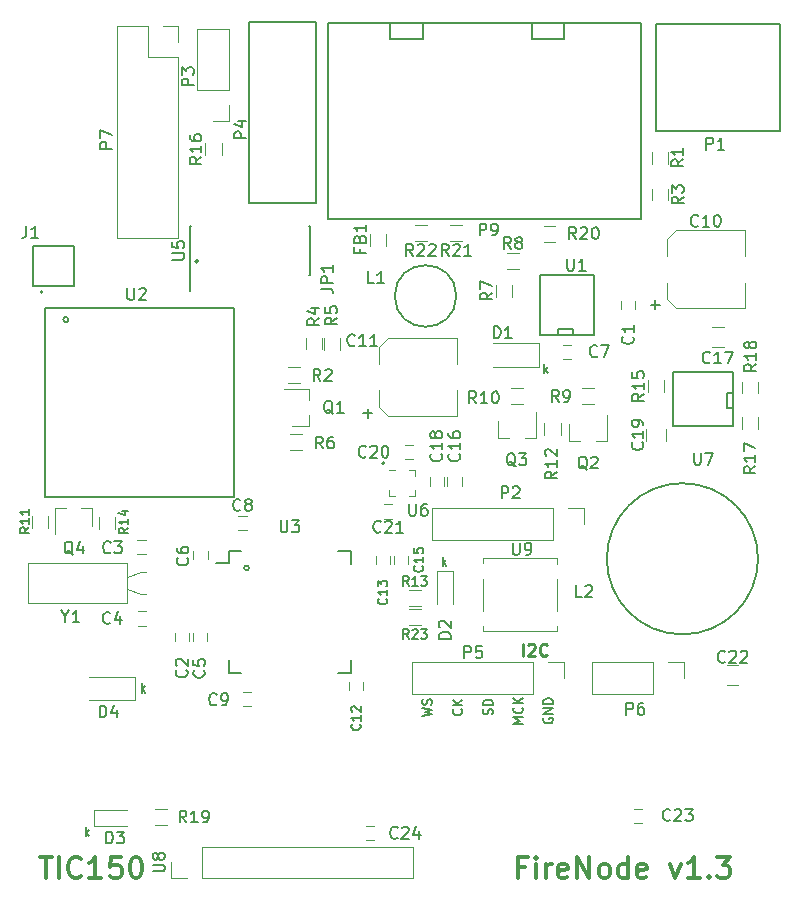
<source format=gbr>
G04 #@! TF.FileFunction,Legend,Top*
%FSLAX46Y46*%
G04 Gerber Fmt 4.6, Leading zero omitted, Abs format (unit mm)*
G04 Created by KiCad (PCBNEW 4.0.7) date 06/19/19 10:20:30*
%MOMM*%
%LPD*%
G01*
G04 APERTURE LIST*
%ADD10C,0.100000*%
%ADD11C,0.350000*%
%ADD12C,0.250000*%
%ADD13C,0.200000*%
%ADD14C,0.150000*%
%ADD15C,0.120000*%
G04 APERTURE END LIST*
D10*
D11*
X2085714Y3485714D02*
X3114285Y3485714D01*
X2599999Y1685714D02*
X2599999Y3485714D01*
X3714285Y1685714D02*
X3714285Y3485714D01*
X5600000Y1857143D02*
X5514286Y1771429D01*
X5257143Y1685714D01*
X5085714Y1685714D01*
X4828571Y1771429D01*
X4657143Y1942857D01*
X4571428Y2114286D01*
X4485714Y2457143D01*
X4485714Y2714286D01*
X4571428Y3057143D01*
X4657143Y3228571D01*
X4828571Y3400000D01*
X5085714Y3485714D01*
X5257143Y3485714D01*
X5514286Y3400000D01*
X5600000Y3314286D01*
X7314286Y1685714D02*
X6285714Y1685714D01*
X6800000Y1685714D02*
X6800000Y3485714D01*
X6628571Y3228571D01*
X6457143Y3057143D01*
X6285714Y2971429D01*
X8942857Y3485714D02*
X8085714Y3485714D01*
X8000000Y2628571D01*
X8085714Y2714286D01*
X8257143Y2800000D01*
X8685714Y2800000D01*
X8857143Y2714286D01*
X8942857Y2628571D01*
X9028572Y2457143D01*
X9028572Y2028571D01*
X8942857Y1857143D01*
X8857143Y1771429D01*
X8685714Y1685714D01*
X8257143Y1685714D01*
X8085714Y1771429D01*
X8000000Y1857143D01*
X10142858Y3485714D02*
X10314286Y3485714D01*
X10485715Y3400000D01*
X10571429Y3314286D01*
X10657143Y3142857D01*
X10742858Y2800000D01*
X10742858Y2371429D01*
X10657143Y2028571D01*
X10571429Y1857143D01*
X10485715Y1771429D01*
X10314286Y1685714D01*
X10142858Y1685714D01*
X9971429Y1771429D01*
X9885715Y1857143D01*
X9800000Y2028571D01*
X9714286Y2371429D01*
X9714286Y2800000D01*
X9800000Y3142857D01*
X9885715Y3314286D01*
X9971429Y3400000D01*
X10142858Y3485714D01*
D12*
X43023810Y20547619D02*
X43023810Y21547619D01*
X43452381Y21452381D02*
X43500000Y21500000D01*
X43595238Y21547619D01*
X43833334Y21547619D01*
X43928572Y21500000D01*
X43976191Y21452381D01*
X44023810Y21357143D01*
X44023810Y21261905D01*
X43976191Y21119048D01*
X43404762Y20547619D01*
X44023810Y20547619D01*
X45023810Y20642857D02*
X44976191Y20595238D01*
X44833334Y20547619D01*
X44738096Y20547619D01*
X44595238Y20595238D01*
X44500000Y20690476D01*
X44452381Y20785714D01*
X44404762Y20976190D01*
X44404762Y21119048D01*
X44452381Y21309524D01*
X44500000Y21404762D01*
X44595238Y21500000D01*
X44738096Y21547619D01*
X44833334Y21547619D01*
X44976191Y21500000D01*
X45023810Y21452381D01*
D11*
X43142857Y2628571D02*
X42542857Y2628571D01*
X42542857Y1685714D02*
X42542857Y3485714D01*
X43400000Y3485714D01*
X44085714Y1685714D02*
X44085714Y2885714D01*
X44085714Y3485714D02*
X44000000Y3400000D01*
X44085714Y3314286D01*
X44171429Y3400000D01*
X44085714Y3485714D01*
X44085714Y3314286D01*
X44942857Y1685714D02*
X44942857Y2885714D01*
X44942857Y2542857D02*
X45028572Y2714286D01*
X45114286Y2800000D01*
X45285715Y2885714D01*
X45457143Y2885714D01*
X46742858Y1771429D02*
X46571429Y1685714D01*
X46228572Y1685714D01*
X46057143Y1771429D01*
X45971429Y1942857D01*
X45971429Y2628571D01*
X46057143Y2800000D01*
X46228572Y2885714D01*
X46571429Y2885714D01*
X46742858Y2800000D01*
X46828572Y2628571D01*
X46828572Y2457143D01*
X45971429Y2285714D01*
X47600000Y1685714D02*
X47600000Y3485714D01*
X48628572Y1685714D01*
X48628572Y3485714D01*
X49742857Y1685714D02*
X49571429Y1771429D01*
X49485714Y1857143D01*
X49400000Y2028571D01*
X49400000Y2542857D01*
X49485714Y2714286D01*
X49571429Y2800000D01*
X49742857Y2885714D01*
X50000000Y2885714D01*
X50171429Y2800000D01*
X50257143Y2714286D01*
X50342857Y2542857D01*
X50342857Y2028571D01*
X50257143Y1857143D01*
X50171429Y1771429D01*
X50000000Y1685714D01*
X49742857Y1685714D01*
X51885714Y1685714D02*
X51885714Y3485714D01*
X51885714Y1771429D02*
X51714285Y1685714D01*
X51371428Y1685714D01*
X51200000Y1771429D01*
X51114285Y1857143D01*
X51028571Y2028571D01*
X51028571Y2542857D01*
X51114285Y2714286D01*
X51200000Y2800000D01*
X51371428Y2885714D01*
X51714285Y2885714D01*
X51885714Y2800000D01*
X53428571Y1771429D02*
X53257142Y1685714D01*
X52914285Y1685714D01*
X52742856Y1771429D01*
X52657142Y1942857D01*
X52657142Y2628571D01*
X52742856Y2800000D01*
X52914285Y2885714D01*
X53257142Y2885714D01*
X53428571Y2800000D01*
X53514285Y2628571D01*
X53514285Y2457143D01*
X52657142Y2285714D01*
X55485714Y2885714D02*
X55914285Y1685714D01*
X56342857Y2885714D01*
X57971429Y1685714D02*
X56942857Y1685714D01*
X57457143Y1685714D02*
X57457143Y3485714D01*
X57285714Y3228571D01*
X57114286Y3057143D01*
X56942857Y2971429D01*
X58742857Y1857143D02*
X58828572Y1771429D01*
X58742857Y1685714D01*
X58657143Y1771429D01*
X58742857Y1857143D01*
X58742857Y1685714D01*
X59428572Y3485714D02*
X60542858Y3485714D01*
X59942858Y2800000D01*
X60200000Y2800000D01*
X60371429Y2714286D01*
X60457143Y2628571D01*
X60542858Y2457143D01*
X60542858Y2028571D01*
X60457143Y1857143D01*
X60371429Y1771429D01*
X60200000Y1685714D01*
X59685715Y1685714D01*
X59514286Y1771429D01*
X59428572Y1857143D01*
D13*
X44775000Y15265477D02*
X44736905Y15189286D01*
X44736905Y15075001D01*
X44775000Y14960715D01*
X44851190Y14884524D01*
X44927381Y14846429D01*
X45079762Y14808334D01*
X45194048Y14808334D01*
X45346429Y14846429D01*
X45422619Y14884524D01*
X45498810Y14960715D01*
X45536905Y15075001D01*
X45536905Y15151191D01*
X45498810Y15265477D01*
X45460714Y15303572D01*
X45194048Y15303572D01*
X45194048Y15151191D01*
X45536905Y15646429D02*
X44736905Y15646429D01*
X45536905Y16103572D01*
X44736905Y16103572D01*
X45536905Y16484524D02*
X44736905Y16484524D01*
X44736905Y16675000D01*
X44775000Y16789286D01*
X44851190Y16865477D01*
X44927381Y16903572D01*
X45079762Y16941667D01*
X45194048Y16941667D01*
X45346429Y16903572D01*
X45422619Y16865477D01*
X45498810Y16789286D01*
X45536905Y16675000D01*
X45536905Y16484524D01*
X42986905Y14783333D02*
X42186905Y14783333D01*
X42758333Y15050000D01*
X42186905Y15316667D01*
X42986905Y15316667D01*
X42910714Y16154762D02*
X42948810Y16116667D01*
X42986905Y16002381D01*
X42986905Y15926191D01*
X42948810Y15811905D01*
X42872619Y15735714D01*
X42796429Y15697619D01*
X42644048Y15659524D01*
X42529762Y15659524D01*
X42377381Y15697619D01*
X42301190Y15735714D01*
X42225000Y15811905D01*
X42186905Y15926191D01*
X42186905Y16002381D01*
X42225000Y16116667D01*
X42263095Y16154762D01*
X42986905Y16497619D02*
X42186905Y16497619D01*
X42986905Y16954762D02*
X42529762Y16611905D01*
X42186905Y16954762D02*
X42644048Y16497619D01*
X40398810Y15571429D02*
X40436905Y15685715D01*
X40436905Y15876191D01*
X40398810Y15952381D01*
X40360714Y15990477D01*
X40284524Y16028572D01*
X40208333Y16028572D01*
X40132143Y15990477D01*
X40094048Y15952381D01*
X40055952Y15876191D01*
X40017857Y15723810D01*
X39979762Y15647619D01*
X39941667Y15609524D01*
X39865476Y15571429D01*
X39789286Y15571429D01*
X39713095Y15609524D01*
X39675000Y15647619D01*
X39636905Y15723810D01*
X39636905Y15914286D01*
X39675000Y16028572D01*
X40436905Y16371429D02*
X39636905Y16371429D01*
X39636905Y16561905D01*
X39675000Y16676191D01*
X39751190Y16752382D01*
X39827381Y16790477D01*
X39979762Y16828572D01*
X40094048Y16828572D01*
X40246429Y16790477D01*
X40322619Y16752382D01*
X40398810Y16676191D01*
X40436905Y16561905D01*
X40436905Y16371429D01*
X37785714Y16022619D02*
X37823810Y15984524D01*
X37861905Y15870238D01*
X37861905Y15794048D01*
X37823810Y15679762D01*
X37747619Y15603571D01*
X37671429Y15565476D01*
X37519048Y15527381D01*
X37404762Y15527381D01*
X37252381Y15565476D01*
X37176190Y15603571D01*
X37100000Y15679762D01*
X37061905Y15794048D01*
X37061905Y15870238D01*
X37100000Y15984524D01*
X37138095Y16022619D01*
X37861905Y16365476D02*
X37061905Y16365476D01*
X37861905Y16822619D02*
X37404762Y16479762D01*
X37061905Y16822619D02*
X37519048Y16365476D01*
X34486905Y15451191D02*
X35286905Y15641667D01*
X34715476Y15794048D01*
X35286905Y15946429D01*
X34486905Y16136905D01*
X35248810Y16403572D02*
X35286905Y16517858D01*
X35286905Y16708334D01*
X35248810Y16784524D01*
X35210714Y16822620D01*
X35134524Y16860715D01*
X35058333Y16860715D01*
X34982143Y16822620D01*
X34944048Y16784524D01*
X34905952Y16708334D01*
X34867857Y16555953D01*
X34829762Y16479762D01*
X34791667Y16441667D01*
X34715476Y16403572D01*
X34639286Y16403572D01*
X34563095Y16441667D01*
X34525000Y16479762D01*
X34486905Y16555953D01*
X34486905Y16746429D01*
X34525000Y16860715D01*
X15527069Y53925000D02*
G75*
G03X15527069Y53925000I-152069J0D01*
G01*
X36216667Y28138095D02*
X36216667Y28938095D01*
X36292858Y28442857D02*
X36521429Y28138095D01*
X36521429Y28671429D02*
X36216667Y28366667D01*
X31275000Y36850000D02*
G75*
G03X31275000Y36850000I-100000J0D01*
G01*
X19795256Y27975000D02*
G75*
G03X19795256Y27975000I-195256J0D01*
G01*
X5966667Y5238095D02*
X5966667Y6038095D01*
X6042858Y5542857D02*
X6271429Y5238095D01*
X6271429Y5771429D02*
X5966667Y5466667D01*
X10716667Y17413095D02*
X10716667Y18213095D01*
X10792858Y17717857D02*
X11021429Y17413095D01*
X11021429Y17946429D02*
X10716667Y17641667D01*
X44791667Y44438095D02*
X44791667Y45238095D01*
X44867858Y44742857D02*
X45096429Y44438095D01*
X45096429Y44971429D02*
X44791667Y44666667D01*
D14*
X31750000Y72800000D02*
X31750000Y74050000D01*
X34500000Y72800000D02*
X31750000Y72800000D01*
X34500000Y74050000D02*
X34500000Y72800000D01*
X46500000Y74050000D02*
X46500000Y72800000D01*
X46500000Y72800000D02*
X43750000Y72800000D01*
X43750000Y72800000D02*
X43750000Y74050000D01*
X26500000Y57550000D02*
X26500000Y66550000D01*
X53000000Y66550000D02*
X53000000Y57550000D01*
X53000000Y57550000D02*
X26500000Y57550000D01*
X53000000Y70550000D02*
X53000000Y66550000D01*
X26500000Y66550000D02*
X26500000Y74150000D01*
X26500000Y74150000D02*
X52700000Y74150000D01*
X53000000Y70550000D02*
X53000000Y74150000D01*
X53000000Y74150000D02*
X52700000Y74150000D01*
X14800000Y52775000D02*
X14825000Y52775000D01*
X14800000Y56925000D02*
X14905000Y56925000D01*
X24950000Y56925000D02*
X24845000Y56925000D01*
X24950000Y52775000D02*
X24845000Y52775000D01*
X14800000Y52775000D02*
X14800000Y56925000D01*
X24950000Y52775000D02*
X24950000Y56925000D01*
X14825000Y52775000D02*
X14825000Y51400000D01*
D15*
X48870000Y19980000D02*
X48870000Y17320000D01*
X54010000Y19980000D02*
X48870000Y19980000D01*
X54010000Y17320000D02*
X48870000Y17320000D01*
X54010000Y19980000D02*
X54010000Y17320000D01*
X55280000Y19980000D02*
X56610000Y19980000D01*
X56610000Y19980000D02*
X56610000Y18650000D01*
X33350000Y36300000D02*
X33850000Y36300000D01*
X33850000Y36300000D02*
X33850000Y35800000D01*
X33850000Y35800000D02*
X33850000Y35800000D01*
X33850000Y34600000D02*
X33850000Y34100000D01*
X33850000Y34100000D02*
X33350000Y34100000D01*
X33350000Y34100000D02*
X33350000Y34100000D01*
X32150000Y34100000D02*
X31650000Y34100000D01*
X31650000Y34100000D02*
X31650000Y34600000D01*
X31650000Y34600000D02*
X31650000Y34600000D01*
X32150000Y36300000D02*
X31650000Y36300000D01*
X31650000Y36300000D02*
X31650000Y36300000D01*
X33630000Y19980000D02*
X33630000Y17320000D01*
X43850000Y19980000D02*
X33630000Y19980000D01*
X43850000Y17320000D02*
X33630000Y17320000D01*
X43850000Y19980000D02*
X43850000Y17320000D01*
X45120000Y19980000D02*
X46450000Y19980000D01*
X46450000Y19980000D02*
X46450000Y18650000D01*
X51300000Y49900000D02*
X51300000Y50600000D01*
X52500000Y50600000D02*
X52500000Y49900000D01*
X13550000Y21750000D02*
X13550000Y22450000D01*
X14750000Y22450000D02*
X14750000Y21750000D01*
X10350000Y30350000D02*
X11050000Y30350000D01*
X11050000Y29150000D02*
X10350000Y29150000D01*
X10400000Y24300000D02*
X11100000Y24300000D01*
X11100000Y23100000D02*
X10400000Y23100000D01*
X15050000Y21750000D02*
X15050000Y22450000D01*
X16250000Y22450000D02*
X16250000Y21750000D01*
X16300000Y29400000D02*
X16300000Y28700000D01*
X15100000Y28700000D02*
X15100000Y29400000D01*
X47100000Y45650000D02*
X46400000Y45650000D01*
X46400000Y46850000D02*
X47100000Y46850000D01*
X19600000Y31150000D02*
X18900000Y31150000D01*
X18900000Y32350000D02*
X19600000Y32350000D01*
X19300000Y17450000D02*
X20000000Y17450000D01*
X20000000Y16250000D02*
X19300000Y16250000D01*
X55200000Y50710000D02*
X55200000Y52130000D01*
X61800000Y49950000D02*
X61800000Y52130000D01*
X61800000Y56550000D02*
X61800000Y54370000D01*
X55200000Y55790000D02*
X55200000Y54370000D01*
X61800000Y49950000D02*
X55960000Y49950000D01*
X55960000Y49950000D02*
X55200000Y50710000D01*
X55200000Y55790000D02*
X55960000Y56550000D01*
X55960000Y56550000D02*
X61800000Y56550000D01*
X37450000Y40850000D02*
X37450000Y43030000D01*
X37450000Y47450000D02*
X37450000Y45270000D01*
X30850000Y41610000D02*
X30850000Y43030000D01*
X30850000Y46690000D02*
X30850000Y45270000D01*
X37450000Y40850000D02*
X31610000Y40850000D01*
X31610000Y40850000D02*
X30850000Y41610000D01*
X30850000Y46690000D02*
X31610000Y47450000D01*
X31610000Y47450000D02*
X37450000Y47450000D01*
X28300000Y17600000D02*
X28300000Y18300000D01*
X29500000Y18300000D02*
X29500000Y17600000D01*
X30550000Y28300000D02*
X30550000Y29000000D01*
X31750000Y29000000D02*
X31750000Y28300000D01*
X32100000Y28300000D02*
X32100000Y29000000D01*
X33300000Y29000000D02*
X33300000Y28300000D01*
X36600000Y34950000D02*
X36600000Y35650000D01*
X37800000Y35650000D02*
X37800000Y34950000D01*
X59000000Y46650000D02*
X60000000Y46650000D01*
X60000000Y48350000D02*
X59000000Y48350000D01*
X35100000Y34950000D02*
X35100000Y35650000D01*
X36300000Y35650000D02*
X36300000Y34950000D01*
X53400000Y39750000D02*
X53400000Y38750000D01*
X55100000Y38750000D02*
X55100000Y39750000D01*
X33700000Y37200000D02*
X33000000Y37200000D01*
X33000000Y38400000D02*
X33700000Y38400000D01*
X31250000Y33350000D02*
X31950000Y33350000D01*
X31950000Y32150000D02*
X31250000Y32150000D01*
X61250000Y19750000D02*
X60250000Y19750000D01*
X60250000Y18050000D02*
X61250000Y18050000D01*
X52400000Y7600000D02*
X53100000Y7600000D01*
X53100000Y6400000D02*
X52400000Y6400000D01*
X29700000Y6100000D02*
X30400000Y6100000D01*
X30400000Y4900000D02*
X29700000Y4900000D01*
X44400000Y45000000D02*
X44400000Y47000000D01*
X44400000Y47000000D02*
X40500000Y47000000D01*
X44400000Y45000000D02*
X40500000Y45000000D01*
X37100000Y27700000D02*
X35700000Y27700000D01*
X35700000Y27700000D02*
X35700000Y24900000D01*
X37100000Y27700000D02*
X37100000Y24900000D01*
X6650000Y7500000D02*
X6650000Y6100000D01*
X6650000Y6100000D02*
X9450000Y6100000D01*
X6650000Y7500000D02*
X9450000Y7500000D01*
X10150000Y16775000D02*
X10150000Y18775000D01*
X10150000Y18775000D02*
X6250000Y18775000D01*
X10150000Y16775000D02*
X6250000Y16775000D01*
X31380000Y56250000D02*
X31380000Y55250000D01*
X30020000Y55250000D02*
X30020000Y56250000D01*
D14*
X2350000Y51350000D02*
G75*
G03X2350000Y51350000I-100000J0D01*
G01*
X4950000Y53550000D02*
X4950000Y55250000D01*
X4950000Y55250000D02*
X1550000Y55250000D01*
X1550000Y55250000D02*
X1550000Y51850000D01*
X1550000Y51850000D02*
X4950000Y51850000D01*
X4950000Y51850000D02*
X4950000Y53550000D01*
X62900000Y28750000D02*
G75*
G03X62900000Y28750000I-6400000J0D01*
G01*
X64750000Y69500000D02*
X64750000Y74000000D01*
X64750000Y74000000D02*
X58500000Y74000000D01*
X58500000Y74000000D02*
X54250000Y74000000D01*
X54250000Y74000000D02*
X54250000Y65000000D01*
X54250000Y65000000D02*
X62500000Y65000000D01*
X62500000Y65000000D02*
X64750000Y65000000D01*
X64750000Y65000000D02*
X64750000Y69500000D01*
D15*
X35340000Y33030000D02*
X35340000Y30370000D01*
X45560000Y33030000D02*
X35340000Y33030000D01*
X45560000Y30370000D02*
X35340000Y30370000D01*
X45560000Y33030000D02*
X45560000Y30370000D01*
X46830000Y33030000D02*
X48160000Y33030000D01*
X48160000Y33030000D02*
X48160000Y31700000D01*
X18080000Y73580000D02*
X15420000Y73580000D01*
X18080000Y68440000D02*
X18080000Y73580000D01*
X15420000Y68440000D02*
X15420000Y73580000D01*
X18080000Y68440000D02*
X15420000Y68440000D01*
X18080000Y67170000D02*
X18080000Y65840000D01*
X18080000Y65840000D02*
X16750000Y65840000D01*
D14*
X25500000Y58900000D02*
X19800000Y58900000D01*
X19800000Y74200000D02*
X22000000Y74200000D01*
X19800000Y74200000D02*
X19800000Y58900000D01*
X22000000Y74200000D02*
X25500000Y74200000D01*
X25500000Y74200000D02*
X25500000Y58900000D01*
D15*
X13830000Y71230000D02*
X13830000Y55930000D01*
X13830000Y55930000D02*
X8630000Y55930000D01*
X8630000Y55930000D02*
X8630000Y73830000D01*
X8630000Y73830000D02*
X11230000Y73830000D01*
X11230000Y73830000D02*
X11230000Y71230000D01*
X11230000Y71230000D02*
X13830000Y71230000D01*
X13830000Y72500000D02*
X13830000Y73830000D01*
X13830000Y73830000D02*
X12560000Y73830000D01*
X24910000Y39970000D02*
X24910000Y40900000D01*
X24910000Y43130000D02*
X24910000Y42200000D01*
X24910000Y43130000D02*
X22750000Y43130000D01*
X24910000Y39970000D02*
X23450000Y39970000D01*
X46920000Y38740000D02*
X47850000Y38740000D01*
X50080000Y38740000D02*
X49150000Y38740000D01*
X50080000Y38740000D02*
X50080000Y40900000D01*
X46920000Y38740000D02*
X46920000Y40200000D01*
X40920000Y38990000D02*
X41850000Y38990000D01*
X44080000Y38990000D02*
X43150000Y38990000D01*
X44080000Y38990000D02*
X44080000Y41150000D01*
X40920000Y38990000D02*
X40920000Y40450000D01*
X6530000Y33010000D02*
X5600000Y33010000D01*
X3370000Y33010000D02*
X4300000Y33010000D01*
X3370000Y33010000D02*
X3370000Y30850000D01*
X6530000Y33010000D02*
X6530000Y31550000D01*
X55280000Y63150000D02*
X55280000Y62150000D01*
X53920000Y62150000D02*
X53920000Y63150000D01*
X24150000Y43620000D02*
X23150000Y43620000D01*
X23150000Y44980000D02*
X24150000Y44980000D01*
X53920000Y59100000D02*
X53920000Y60100000D01*
X55280000Y60100000D02*
X55280000Y59100000D01*
X24595000Y46475000D02*
X24595000Y47475000D01*
X25955000Y47475000D02*
X25955000Y46475000D01*
X26170000Y46450000D02*
X26170000Y47450000D01*
X27530000Y47450000D02*
X27530000Y46450000D01*
X24300000Y37920000D02*
X23300000Y37920000D01*
X23300000Y39280000D02*
X24300000Y39280000D01*
X42080000Y51950000D02*
X42080000Y50950000D01*
X40720000Y50950000D02*
X40720000Y51950000D01*
X42650000Y53320000D02*
X41650000Y53320000D01*
X41650000Y54680000D02*
X42650000Y54680000D01*
X49000000Y41820000D02*
X48000000Y41820000D01*
X48000000Y43180000D02*
X49000000Y43180000D01*
X42000000Y43180000D02*
X43000000Y43180000D01*
X43000000Y41820000D02*
X42000000Y41820000D01*
X1470000Y31350000D02*
X1470000Y32350000D01*
X2830000Y32350000D02*
X2830000Y31350000D01*
X46180000Y40250000D02*
X46180000Y39250000D01*
X44820000Y39250000D02*
X44820000Y40250000D01*
X34350000Y24770000D02*
X33350000Y24770000D01*
X33350000Y26130000D02*
X34350000Y26130000D01*
X8430000Y32300000D02*
X8430000Y31300000D01*
X7070000Y31300000D02*
X7070000Y32300000D01*
X54930000Y43850000D02*
X54930000Y42850000D01*
X53570000Y42850000D02*
X53570000Y43850000D01*
X17480000Y63950000D02*
X17480000Y62950000D01*
X16120000Y62950000D02*
X16120000Y63950000D01*
X62930000Y40750000D02*
X62930000Y39750000D01*
X61570000Y39750000D02*
X61570000Y40750000D01*
X62930000Y43750000D02*
X62930000Y42750000D01*
X61570000Y42750000D02*
X61570000Y43750000D01*
X11850000Y7530000D02*
X12850000Y7530000D01*
X12850000Y6170000D02*
X11850000Y6170000D01*
X45750000Y55570000D02*
X44750000Y55570000D01*
X44750000Y56930000D02*
X45750000Y56930000D01*
X36850000Y56980000D02*
X37850000Y56980000D01*
X37850000Y55620000D02*
X36850000Y55620000D01*
X33850000Y56980000D02*
X34850000Y56980000D01*
X34850000Y55620000D02*
X33850000Y55620000D01*
D14*
X44464000Y47710000D02*
X44464000Y52790000D01*
X44464000Y52790000D02*
X49036000Y52790000D01*
X49036000Y52790000D02*
X49036000Y47710000D01*
X49036000Y47710000D02*
X44464000Y47710000D01*
X45988000Y47710000D02*
X45988000Y48218000D01*
X45988000Y48218000D02*
X47258000Y48218000D01*
X47258000Y48218000D02*
X47258000Y47710000D01*
X4523607Y49000000D02*
G75*
G03X4523607Y49000000I-223607J0D01*
G01*
X2500000Y50000000D02*
X18500000Y50000000D01*
X18500000Y50000000D02*
X18500000Y34000000D01*
X18500000Y34000000D02*
X2500000Y34000000D01*
X2500000Y34000000D02*
X2500000Y50000000D01*
X18075000Y29425000D02*
X18075000Y28425000D01*
X28425000Y29425000D02*
X28425000Y28350000D01*
X28425000Y19075000D02*
X28425000Y20150000D01*
X18075000Y19075000D02*
X18075000Y20150000D01*
X18075000Y29425000D02*
X19150000Y29425000D01*
X18075000Y19075000D02*
X19150000Y19075000D01*
X28425000Y19075000D02*
X27350000Y19075000D01*
X28425000Y29425000D02*
X27350000Y29425000D01*
X18075000Y28425000D02*
X17050000Y28425000D01*
X60790000Y39964000D02*
X55710000Y39964000D01*
X55710000Y39964000D02*
X55710000Y44536000D01*
X55710000Y44536000D02*
X60790000Y44536000D01*
X60790000Y44536000D02*
X60790000Y39964000D01*
X60790000Y41488000D02*
X60282000Y41488000D01*
X60282000Y41488000D02*
X60282000Y42758000D01*
X60282000Y42758000D02*
X60790000Y42758000D01*
D15*
X33660000Y1720000D02*
X33660000Y4380000D01*
X15820000Y1720000D02*
X33660000Y1720000D01*
X15820000Y4380000D02*
X33660000Y4380000D01*
X15820000Y1720000D02*
X15820000Y4380000D01*
X14550000Y1720000D02*
X13220000Y1720000D01*
X13220000Y1720000D02*
X13220000Y3050000D01*
X9500000Y28400000D02*
X1100000Y28400000D01*
X1100000Y28400000D02*
X1100000Y25000000D01*
X1100000Y25000000D02*
X9500000Y25000000D01*
X9500000Y25000000D02*
X9500000Y28400000D01*
X9500000Y27245000D02*
X10650000Y27650000D01*
X10650000Y27650000D02*
X11100000Y27650000D01*
X9500000Y26155000D02*
X10650000Y25750000D01*
X10650000Y25750000D02*
X11100000Y25750000D01*
D14*
X37351922Y51000000D02*
G75*
G03X37351922Y51000000I-2601922J0D01*
G01*
D15*
X33350000Y24480000D02*
X34350000Y24480000D01*
X34350000Y23120000D02*
X33350000Y23120000D01*
X45900000Y28350000D02*
X45900000Y28800000D01*
X45900000Y28800000D02*
X39600000Y28800000D01*
X39600000Y28800000D02*
X39600000Y28400000D01*
X45900000Y27050000D02*
X45900000Y24350000D01*
X39600000Y24350000D02*
X39600000Y27050000D01*
X45900000Y22600000D02*
X39600000Y22600000D01*
X39600000Y22600000D02*
X39600000Y23050000D01*
X45900000Y23050000D02*
X45900000Y22600000D01*
D14*
X39336905Y56122619D02*
X39336905Y57122619D01*
X39717858Y57122619D01*
X39813096Y57075000D01*
X39860715Y57027381D01*
X39908334Y56932143D01*
X39908334Y56789286D01*
X39860715Y56694048D01*
X39813096Y56646429D01*
X39717858Y56598810D01*
X39336905Y56598810D01*
X40384524Y56122619D02*
X40575000Y56122619D01*
X40670239Y56170238D01*
X40717858Y56217857D01*
X40813096Y56360714D01*
X40860715Y56551190D01*
X40860715Y56932143D01*
X40813096Y57027381D01*
X40765477Y57075000D01*
X40670239Y57122619D01*
X40479762Y57122619D01*
X40384524Y57075000D01*
X40336905Y57027381D01*
X40289286Y56932143D01*
X40289286Y56694048D01*
X40336905Y56598810D01*
X40384524Y56551190D01*
X40479762Y56503571D01*
X40670239Y56503571D01*
X40765477Y56551190D01*
X40813096Y56598810D01*
X40860715Y56694048D01*
X13327381Y54088095D02*
X14136905Y54088095D01*
X14232143Y54135714D01*
X14279762Y54183333D01*
X14327381Y54278571D01*
X14327381Y54469048D01*
X14279762Y54564286D01*
X14232143Y54611905D01*
X14136905Y54659524D01*
X13327381Y54659524D01*
X13327381Y55611905D02*
X13327381Y55135714D01*
X13803571Y55088095D01*
X13755952Y55135714D01*
X13708333Y55230952D01*
X13708333Y55469048D01*
X13755952Y55564286D01*
X13803571Y55611905D01*
X13898810Y55659524D01*
X14136905Y55659524D01*
X14232143Y55611905D01*
X14279762Y55564286D01*
X14327381Y55469048D01*
X14327381Y55230952D01*
X14279762Y55135714D01*
X14232143Y55088095D01*
X51761905Y15547619D02*
X51761905Y16547619D01*
X52142858Y16547619D01*
X52238096Y16500000D01*
X52285715Y16452381D01*
X52333334Y16357143D01*
X52333334Y16214286D01*
X52285715Y16119048D01*
X52238096Y16071429D01*
X52142858Y16023810D01*
X51761905Y16023810D01*
X53190477Y16547619D02*
X53000000Y16547619D01*
X52904762Y16500000D01*
X52857143Y16452381D01*
X52761905Y16309524D01*
X52714286Y16119048D01*
X52714286Y15738095D01*
X52761905Y15642857D01*
X52809524Y15595238D01*
X52904762Y15547619D01*
X53095239Y15547619D01*
X53190477Y15595238D01*
X53238096Y15642857D01*
X53285715Y15738095D01*
X53285715Y15976190D01*
X53238096Y16071429D01*
X53190477Y16119048D01*
X53095239Y16166667D01*
X52904762Y16166667D01*
X52809524Y16119048D01*
X52761905Y16071429D01*
X52714286Y15976190D01*
X33363095Y33397619D02*
X33363095Y32588095D01*
X33410714Y32492857D01*
X33458333Y32445238D01*
X33553571Y32397619D01*
X33744048Y32397619D01*
X33839286Y32445238D01*
X33886905Y32492857D01*
X33934524Y32588095D01*
X33934524Y33397619D01*
X34839286Y33397619D02*
X34648809Y33397619D01*
X34553571Y33350000D01*
X34505952Y33302381D01*
X34410714Y33159524D01*
X34363095Y32969048D01*
X34363095Y32588095D01*
X34410714Y32492857D01*
X34458333Y32445238D01*
X34553571Y32397619D01*
X34744048Y32397619D01*
X34839286Y32445238D01*
X34886905Y32492857D01*
X34934524Y32588095D01*
X34934524Y32826190D01*
X34886905Y32921429D01*
X34839286Y32969048D01*
X34744048Y33016667D01*
X34553571Y33016667D01*
X34458333Y32969048D01*
X34410714Y32921429D01*
X34363095Y32826190D01*
X38036905Y20347619D02*
X38036905Y21347619D01*
X38417858Y21347619D01*
X38513096Y21300000D01*
X38560715Y21252381D01*
X38608334Y21157143D01*
X38608334Y21014286D01*
X38560715Y20919048D01*
X38513096Y20871429D01*
X38417858Y20823810D01*
X38036905Y20823810D01*
X39513096Y21347619D02*
X39036905Y21347619D01*
X38989286Y20871429D01*
X39036905Y20919048D01*
X39132143Y20966667D01*
X39370239Y20966667D01*
X39465477Y20919048D01*
X39513096Y20871429D01*
X39560715Y20776190D01*
X39560715Y20538095D01*
X39513096Y20442857D01*
X39465477Y20395238D01*
X39370239Y20347619D01*
X39132143Y20347619D01*
X39036905Y20395238D01*
X38989286Y20442857D01*
X52282143Y47558334D02*
X52329762Y47510715D01*
X52377381Y47367858D01*
X52377381Y47272620D01*
X52329762Y47129762D01*
X52234524Y47034524D01*
X52139286Y46986905D01*
X51948810Y46939286D01*
X51805952Y46939286D01*
X51615476Y46986905D01*
X51520238Y47034524D01*
X51425000Y47129762D01*
X51377381Y47272620D01*
X51377381Y47367858D01*
X51425000Y47510715D01*
X51472619Y47558334D01*
X52377381Y48510715D02*
X52377381Y47939286D01*
X52377381Y48225000D02*
X51377381Y48225000D01*
X51520238Y48129762D01*
X51615476Y48034524D01*
X51663095Y47939286D01*
X14507143Y19333334D02*
X14554762Y19285715D01*
X14602381Y19142858D01*
X14602381Y19047620D01*
X14554762Y18904762D01*
X14459524Y18809524D01*
X14364286Y18761905D01*
X14173810Y18714286D01*
X14030952Y18714286D01*
X13840476Y18761905D01*
X13745238Y18809524D01*
X13650000Y18904762D01*
X13602381Y19047620D01*
X13602381Y19142858D01*
X13650000Y19285715D01*
X13697619Y19333334D01*
X13697619Y19714286D02*
X13650000Y19761905D01*
X13602381Y19857143D01*
X13602381Y20095239D01*
X13650000Y20190477D01*
X13697619Y20238096D01*
X13792857Y20285715D01*
X13888095Y20285715D01*
X14030952Y20238096D01*
X14602381Y19666667D01*
X14602381Y20285715D01*
X8083334Y29317857D02*
X8035715Y29270238D01*
X7892858Y29222619D01*
X7797620Y29222619D01*
X7654762Y29270238D01*
X7559524Y29365476D01*
X7511905Y29460714D01*
X7464286Y29651190D01*
X7464286Y29794048D01*
X7511905Y29984524D01*
X7559524Y30079762D01*
X7654762Y30175000D01*
X7797620Y30222619D01*
X7892858Y30222619D01*
X8035715Y30175000D01*
X8083334Y30127381D01*
X8416667Y30222619D02*
X9035715Y30222619D01*
X8702381Y29841667D01*
X8845239Y29841667D01*
X8940477Y29794048D01*
X8988096Y29746429D01*
X9035715Y29651190D01*
X9035715Y29413095D01*
X8988096Y29317857D01*
X8940477Y29270238D01*
X8845239Y29222619D01*
X8559524Y29222619D01*
X8464286Y29270238D01*
X8416667Y29317857D01*
X8058334Y23342857D02*
X8010715Y23295238D01*
X7867858Y23247619D01*
X7772620Y23247619D01*
X7629762Y23295238D01*
X7534524Y23390476D01*
X7486905Y23485714D01*
X7439286Y23676190D01*
X7439286Y23819048D01*
X7486905Y24009524D01*
X7534524Y24104762D01*
X7629762Y24200000D01*
X7772620Y24247619D01*
X7867858Y24247619D01*
X8010715Y24200000D01*
X8058334Y24152381D01*
X8915477Y23914286D02*
X8915477Y23247619D01*
X8677381Y24295238D02*
X8439286Y23580952D01*
X9058334Y23580952D01*
X15982143Y19308334D02*
X16029762Y19260715D01*
X16077381Y19117858D01*
X16077381Y19022620D01*
X16029762Y18879762D01*
X15934524Y18784524D01*
X15839286Y18736905D01*
X15648810Y18689286D01*
X15505952Y18689286D01*
X15315476Y18736905D01*
X15220238Y18784524D01*
X15125000Y18879762D01*
X15077381Y19022620D01*
X15077381Y19117858D01*
X15125000Y19260715D01*
X15172619Y19308334D01*
X15077381Y20213096D02*
X15077381Y19736905D01*
X15553571Y19689286D01*
X15505952Y19736905D01*
X15458333Y19832143D01*
X15458333Y20070239D01*
X15505952Y20165477D01*
X15553571Y20213096D01*
X15648810Y20260715D01*
X15886905Y20260715D01*
X15982143Y20213096D01*
X16029762Y20165477D01*
X16077381Y20070239D01*
X16077381Y19832143D01*
X16029762Y19736905D01*
X15982143Y19689286D01*
X14582143Y28833334D02*
X14629762Y28785715D01*
X14677381Y28642858D01*
X14677381Y28547620D01*
X14629762Y28404762D01*
X14534524Y28309524D01*
X14439286Y28261905D01*
X14248810Y28214286D01*
X14105952Y28214286D01*
X13915476Y28261905D01*
X13820238Y28309524D01*
X13725000Y28404762D01*
X13677381Y28547620D01*
X13677381Y28642858D01*
X13725000Y28785715D01*
X13772619Y28833334D01*
X13677381Y29690477D02*
X13677381Y29500000D01*
X13725000Y29404762D01*
X13772619Y29357143D01*
X13915476Y29261905D01*
X14105952Y29214286D01*
X14486905Y29214286D01*
X14582143Y29261905D01*
X14629762Y29309524D01*
X14677381Y29404762D01*
X14677381Y29595239D01*
X14629762Y29690477D01*
X14582143Y29738096D01*
X14486905Y29785715D01*
X14248810Y29785715D01*
X14153571Y29738096D01*
X14105952Y29690477D01*
X14058333Y29595239D01*
X14058333Y29404762D01*
X14105952Y29309524D01*
X14153571Y29261905D01*
X14248810Y29214286D01*
X49283334Y45917857D02*
X49235715Y45870238D01*
X49092858Y45822619D01*
X48997620Y45822619D01*
X48854762Y45870238D01*
X48759524Y45965476D01*
X48711905Y46060714D01*
X48664286Y46251190D01*
X48664286Y46394048D01*
X48711905Y46584524D01*
X48759524Y46679762D01*
X48854762Y46775000D01*
X48997620Y46822619D01*
X49092858Y46822619D01*
X49235715Y46775000D01*
X49283334Y46727381D01*
X49616667Y46822619D02*
X50283334Y46822619D01*
X49854762Y45822619D01*
X19083334Y32892857D02*
X19035715Y32845238D01*
X18892858Y32797619D01*
X18797620Y32797619D01*
X18654762Y32845238D01*
X18559524Y32940476D01*
X18511905Y33035714D01*
X18464286Y33226190D01*
X18464286Y33369048D01*
X18511905Y33559524D01*
X18559524Y33654762D01*
X18654762Y33750000D01*
X18797620Y33797619D01*
X18892858Y33797619D01*
X19035715Y33750000D01*
X19083334Y33702381D01*
X19654762Y33369048D02*
X19559524Y33416667D01*
X19511905Y33464286D01*
X19464286Y33559524D01*
X19464286Y33607143D01*
X19511905Y33702381D01*
X19559524Y33750000D01*
X19654762Y33797619D01*
X19845239Y33797619D01*
X19940477Y33750000D01*
X19988096Y33702381D01*
X20035715Y33607143D01*
X20035715Y33559524D01*
X19988096Y33464286D01*
X19940477Y33416667D01*
X19845239Y33369048D01*
X19654762Y33369048D01*
X19559524Y33321429D01*
X19511905Y33273810D01*
X19464286Y33178571D01*
X19464286Y32988095D01*
X19511905Y32892857D01*
X19559524Y32845238D01*
X19654762Y32797619D01*
X19845239Y32797619D01*
X19940477Y32845238D01*
X19988096Y32892857D01*
X20035715Y32988095D01*
X20035715Y33178571D01*
X19988096Y33273810D01*
X19940477Y33321429D01*
X19845239Y33369048D01*
X17058334Y16442857D02*
X17010715Y16395238D01*
X16867858Y16347619D01*
X16772620Y16347619D01*
X16629762Y16395238D01*
X16534524Y16490476D01*
X16486905Y16585714D01*
X16439286Y16776190D01*
X16439286Y16919048D01*
X16486905Y17109524D01*
X16534524Y17204762D01*
X16629762Y17300000D01*
X16772620Y17347619D01*
X16867858Y17347619D01*
X17010715Y17300000D01*
X17058334Y17252381D01*
X17534524Y16347619D02*
X17725000Y16347619D01*
X17820239Y16395238D01*
X17867858Y16442857D01*
X17963096Y16585714D01*
X18010715Y16776190D01*
X18010715Y17157143D01*
X17963096Y17252381D01*
X17915477Y17300000D01*
X17820239Y17347619D01*
X17629762Y17347619D01*
X17534524Y17300000D01*
X17486905Y17252381D01*
X17439286Y17157143D01*
X17439286Y16919048D01*
X17486905Y16823810D01*
X17534524Y16776190D01*
X17629762Y16728571D01*
X17820239Y16728571D01*
X17915477Y16776190D01*
X17963096Y16823810D01*
X18010715Y16919048D01*
X57832143Y56967857D02*
X57784524Y56920238D01*
X57641667Y56872619D01*
X57546429Y56872619D01*
X57403571Y56920238D01*
X57308333Y57015476D01*
X57260714Y57110714D01*
X57213095Y57301190D01*
X57213095Y57444048D01*
X57260714Y57634524D01*
X57308333Y57729762D01*
X57403571Y57825000D01*
X57546429Y57872619D01*
X57641667Y57872619D01*
X57784524Y57825000D01*
X57832143Y57777381D01*
X58784524Y56872619D02*
X58213095Y56872619D01*
X58498809Y56872619D02*
X58498809Y57872619D01*
X58403571Y57729762D01*
X58308333Y57634524D01*
X58213095Y57586905D01*
X59403571Y57872619D02*
X59498810Y57872619D01*
X59594048Y57825000D01*
X59641667Y57777381D01*
X59689286Y57682143D01*
X59736905Y57491667D01*
X59736905Y57253571D01*
X59689286Y57063095D01*
X59641667Y56967857D01*
X59594048Y56920238D01*
X59498810Y56872619D01*
X59403571Y56872619D01*
X59308333Y56920238D01*
X59260714Y56967857D01*
X59213095Y57063095D01*
X59165476Y57253571D01*
X59165476Y57491667D01*
X59213095Y57682143D01*
X59260714Y57777381D01*
X59308333Y57825000D01*
X59403571Y57872619D01*
X53839048Y50268571D02*
X54600953Y50268571D01*
X54220001Y49887619D02*
X54220001Y50649524D01*
X28757143Y46842857D02*
X28709524Y46795238D01*
X28566667Y46747619D01*
X28471429Y46747619D01*
X28328571Y46795238D01*
X28233333Y46890476D01*
X28185714Y46985714D01*
X28138095Y47176190D01*
X28138095Y47319048D01*
X28185714Y47509524D01*
X28233333Y47604762D01*
X28328571Y47700000D01*
X28471429Y47747619D01*
X28566667Y47747619D01*
X28709524Y47700000D01*
X28757143Y47652381D01*
X29709524Y46747619D02*
X29138095Y46747619D01*
X29423809Y46747619D02*
X29423809Y47747619D01*
X29328571Y47604762D01*
X29233333Y47509524D01*
X29138095Y47461905D01*
X30661905Y46747619D02*
X30090476Y46747619D01*
X30376190Y46747619D02*
X30376190Y47747619D01*
X30280952Y47604762D01*
X30185714Y47509524D01*
X30090476Y47461905D01*
X29489048Y41068571D02*
X30250953Y41068571D01*
X29870001Y40687619D02*
X29870001Y41449524D01*
X29185714Y14735714D02*
X29223810Y14697619D01*
X29261905Y14583333D01*
X29261905Y14507143D01*
X29223810Y14392857D01*
X29147619Y14316666D01*
X29071429Y14278571D01*
X28919048Y14240476D01*
X28804762Y14240476D01*
X28652381Y14278571D01*
X28576190Y14316666D01*
X28500000Y14392857D01*
X28461905Y14507143D01*
X28461905Y14583333D01*
X28500000Y14697619D01*
X28538095Y14735714D01*
X29261905Y15497619D02*
X29261905Y15040476D01*
X29261905Y15269047D02*
X28461905Y15269047D01*
X28576190Y15192857D01*
X28652381Y15116666D01*
X28690476Y15040476D01*
X28538095Y15802381D02*
X28500000Y15840476D01*
X28461905Y15916667D01*
X28461905Y16107143D01*
X28500000Y16183333D01*
X28538095Y16221429D01*
X28614286Y16259524D01*
X28690476Y16259524D01*
X28804762Y16221429D01*
X29261905Y15764286D01*
X29261905Y16259524D01*
X31435714Y25385714D02*
X31473810Y25347619D01*
X31511905Y25233333D01*
X31511905Y25157143D01*
X31473810Y25042857D01*
X31397619Y24966666D01*
X31321429Y24928571D01*
X31169048Y24890476D01*
X31054762Y24890476D01*
X30902381Y24928571D01*
X30826190Y24966666D01*
X30750000Y25042857D01*
X30711905Y25157143D01*
X30711905Y25233333D01*
X30750000Y25347619D01*
X30788095Y25385714D01*
X31511905Y26147619D02*
X31511905Y25690476D01*
X31511905Y25919047D02*
X30711905Y25919047D01*
X30826190Y25842857D01*
X30902381Y25766666D01*
X30940476Y25690476D01*
X30711905Y26414286D02*
X30711905Y26909524D01*
X31016667Y26642857D01*
X31016667Y26757143D01*
X31054762Y26833333D01*
X31092857Y26871429D01*
X31169048Y26909524D01*
X31359524Y26909524D01*
X31435714Y26871429D01*
X31473810Y26833333D01*
X31511905Y26757143D01*
X31511905Y26528571D01*
X31473810Y26452381D01*
X31435714Y26414286D01*
X34485714Y28135714D02*
X34523810Y28097619D01*
X34561905Y27983333D01*
X34561905Y27907143D01*
X34523810Y27792857D01*
X34447619Y27716666D01*
X34371429Y27678571D01*
X34219048Y27640476D01*
X34104762Y27640476D01*
X33952381Y27678571D01*
X33876190Y27716666D01*
X33800000Y27792857D01*
X33761905Y27907143D01*
X33761905Y27983333D01*
X33800000Y28097619D01*
X33838095Y28135714D01*
X34561905Y28897619D02*
X34561905Y28440476D01*
X34561905Y28669047D02*
X33761905Y28669047D01*
X33876190Y28592857D01*
X33952381Y28516666D01*
X33990476Y28440476D01*
X33761905Y29621429D02*
X33761905Y29240476D01*
X34142857Y29202381D01*
X34104762Y29240476D01*
X34066667Y29316667D01*
X34066667Y29507143D01*
X34104762Y29583333D01*
X34142857Y29621429D01*
X34219048Y29659524D01*
X34409524Y29659524D01*
X34485714Y29621429D01*
X34523810Y29583333D01*
X34561905Y29507143D01*
X34561905Y29316667D01*
X34523810Y29240476D01*
X34485714Y29202381D01*
X37582143Y37632143D02*
X37629762Y37584524D01*
X37677381Y37441667D01*
X37677381Y37346429D01*
X37629762Y37203571D01*
X37534524Y37108333D01*
X37439286Y37060714D01*
X37248810Y37013095D01*
X37105952Y37013095D01*
X36915476Y37060714D01*
X36820238Y37108333D01*
X36725000Y37203571D01*
X36677381Y37346429D01*
X36677381Y37441667D01*
X36725000Y37584524D01*
X36772619Y37632143D01*
X37677381Y38584524D02*
X37677381Y38013095D01*
X37677381Y38298809D02*
X36677381Y38298809D01*
X36820238Y38203571D01*
X36915476Y38108333D01*
X36963095Y38013095D01*
X36677381Y39441667D02*
X36677381Y39251190D01*
X36725000Y39155952D01*
X36772619Y39108333D01*
X36915476Y39013095D01*
X37105952Y38965476D01*
X37486905Y38965476D01*
X37582143Y39013095D01*
X37629762Y39060714D01*
X37677381Y39155952D01*
X37677381Y39346429D01*
X37629762Y39441667D01*
X37582143Y39489286D01*
X37486905Y39536905D01*
X37248810Y39536905D01*
X37153571Y39489286D01*
X37105952Y39441667D01*
X37058333Y39346429D01*
X37058333Y39155952D01*
X37105952Y39060714D01*
X37153571Y39013095D01*
X37248810Y38965476D01*
X58832143Y45392857D02*
X58784524Y45345238D01*
X58641667Y45297619D01*
X58546429Y45297619D01*
X58403571Y45345238D01*
X58308333Y45440476D01*
X58260714Y45535714D01*
X58213095Y45726190D01*
X58213095Y45869048D01*
X58260714Y46059524D01*
X58308333Y46154762D01*
X58403571Y46250000D01*
X58546429Y46297619D01*
X58641667Y46297619D01*
X58784524Y46250000D01*
X58832143Y46202381D01*
X59784524Y45297619D02*
X59213095Y45297619D01*
X59498809Y45297619D02*
X59498809Y46297619D01*
X59403571Y46154762D01*
X59308333Y46059524D01*
X59213095Y46011905D01*
X60117857Y46297619D02*
X60784524Y46297619D01*
X60355952Y45297619D01*
X36057143Y37632143D02*
X36104762Y37584524D01*
X36152381Y37441667D01*
X36152381Y37346429D01*
X36104762Y37203571D01*
X36009524Y37108333D01*
X35914286Y37060714D01*
X35723810Y37013095D01*
X35580952Y37013095D01*
X35390476Y37060714D01*
X35295238Y37108333D01*
X35200000Y37203571D01*
X35152381Y37346429D01*
X35152381Y37441667D01*
X35200000Y37584524D01*
X35247619Y37632143D01*
X36152381Y38584524D02*
X36152381Y38013095D01*
X36152381Y38298809D02*
X35152381Y38298809D01*
X35295238Y38203571D01*
X35390476Y38108333D01*
X35438095Y38013095D01*
X35580952Y39155952D02*
X35533333Y39060714D01*
X35485714Y39013095D01*
X35390476Y38965476D01*
X35342857Y38965476D01*
X35247619Y39013095D01*
X35200000Y39060714D01*
X35152381Y39155952D01*
X35152381Y39346429D01*
X35200000Y39441667D01*
X35247619Y39489286D01*
X35342857Y39536905D01*
X35390476Y39536905D01*
X35485714Y39489286D01*
X35533333Y39441667D01*
X35580952Y39346429D01*
X35580952Y39155952D01*
X35628571Y39060714D01*
X35676190Y39013095D01*
X35771429Y38965476D01*
X35961905Y38965476D01*
X36057143Y39013095D01*
X36104762Y39060714D01*
X36152381Y39155952D01*
X36152381Y39346429D01*
X36104762Y39441667D01*
X36057143Y39489286D01*
X35961905Y39536905D01*
X35771429Y39536905D01*
X35676190Y39489286D01*
X35628571Y39441667D01*
X35580952Y39346429D01*
X53107143Y38607143D02*
X53154762Y38559524D01*
X53202381Y38416667D01*
X53202381Y38321429D01*
X53154762Y38178571D01*
X53059524Y38083333D01*
X52964286Y38035714D01*
X52773810Y37988095D01*
X52630952Y37988095D01*
X52440476Y38035714D01*
X52345238Y38083333D01*
X52250000Y38178571D01*
X52202381Y38321429D01*
X52202381Y38416667D01*
X52250000Y38559524D01*
X52297619Y38607143D01*
X53202381Y39559524D02*
X53202381Y38988095D01*
X53202381Y39273809D02*
X52202381Y39273809D01*
X52345238Y39178571D01*
X52440476Y39083333D01*
X52488095Y38988095D01*
X53202381Y40035714D02*
X53202381Y40226190D01*
X53154762Y40321429D01*
X53107143Y40369048D01*
X52964286Y40464286D01*
X52773810Y40511905D01*
X52392857Y40511905D01*
X52297619Y40464286D01*
X52250000Y40416667D01*
X52202381Y40321429D01*
X52202381Y40130952D01*
X52250000Y40035714D01*
X52297619Y39988095D01*
X52392857Y39940476D01*
X52630952Y39940476D01*
X52726190Y39988095D01*
X52773810Y40035714D01*
X52821429Y40130952D01*
X52821429Y40321429D01*
X52773810Y40416667D01*
X52726190Y40464286D01*
X52630952Y40511905D01*
X29707143Y37417857D02*
X29659524Y37370238D01*
X29516667Y37322619D01*
X29421429Y37322619D01*
X29278571Y37370238D01*
X29183333Y37465476D01*
X29135714Y37560714D01*
X29088095Y37751190D01*
X29088095Y37894048D01*
X29135714Y38084524D01*
X29183333Y38179762D01*
X29278571Y38275000D01*
X29421429Y38322619D01*
X29516667Y38322619D01*
X29659524Y38275000D01*
X29707143Y38227381D01*
X30088095Y38227381D02*
X30135714Y38275000D01*
X30230952Y38322619D01*
X30469048Y38322619D01*
X30564286Y38275000D01*
X30611905Y38227381D01*
X30659524Y38132143D01*
X30659524Y38036905D01*
X30611905Y37894048D01*
X30040476Y37322619D01*
X30659524Y37322619D01*
X31278571Y38322619D02*
X31373810Y38322619D01*
X31469048Y38275000D01*
X31516667Y38227381D01*
X31564286Y38132143D01*
X31611905Y37941667D01*
X31611905Y37703571D01*
X31564286Y37513095D01*
X31516667Y37417857D01*
X31469048Y37370238D01*
X31373810Y37322619D01*
X31278571Y37322619D01*
X31183333Y37370238D01*
X31135714Y37417857D01*
X31088095Y37513095D01*
X31040476Y37703571D01*
X31040476Y37941667D01*
X31088095Y38132143D01*
X31135714Y38227381D01*
X31183333Y38275000D01*
X31278571Y38322619D01*
X30957143Y31067857D02*
X30909524Y31020238D01*
X30766667Y30972619D01*
X30671429Y30972619D01*
X30528571Y31020238D01*
X30433333Y31115476D01*
X30385714Y31210714D01*
X30338095Y31401190D01*
X30338095Y31544048D01*
X30385714Y31734524D01*
X30433333Y31829762D01*
X30528571Y31925000D01*
X30671429Y31972619D01*
X30766667Y31972619D01*
X30909524Y31925000D01*
X30957143Y31877381D01*
X31338095Y31877381D02*
X31385714Y31925000D01*
X31480952Y31972619D01*
X31719048Y31972619D01*
X31814286Y31925000D01*
X31861905Y31877381D01*
X31909524Y31782143D01*
X31909524Y31686905D01*
X31861905Y31544048D01*
X31290476Y30972619D01*
X31909524Y30972619D01*
X32861905Y30972619D02*
X32290476Y30972619D01*
X32576190Y30972619D02*
X32576190Y31972619D01*
X32480952Y31829762D01*
X32385714Y31734524D01*
X32290476Y31686905D01*
X60107143Y20042857D02*
X60059524Y19995238D01*
X59916667Y19947619D01*
X59821429Y19947619D01*
X59678571Y19995238D01*
X59583333Y20090476D01*
X59535714Y20185714D01*
X59488095Y20376190D01*
X59488095Y20519048D01*
X59535714Y20709524D01*
X59583333Y20804762D01*
X59678571Y20900000D01*
X59821429Y20947619D01*
X59916667Y20947619D01*
X60059524Y20900000D01*
X60107143Y20852381D01*
X60488095Y20852381D02*
X60535714Y20900000D01*
X60630952Y20947619D01*
X60869048Y20947619D01*
X60964286Y20900000D01*
X61011905Y20852381D01*
X61059524Y20757143D01*
X61059524Y20661905D01*
X61011905Y20519048D01*
X60440476Y19947619D01*
X61059524Y19947619D01*
X61440476Y20852381D02*
X61488095Y20900000D01*
X61583333Y20947619D01*
X61821429Y20947619D01*
X61916667Y20900000D01*
X61964286Y20852381D01*
X62011905Y20757143D01*
X62011905Y20661905D01*
X61964286Y20519048D01*
X61392857Y19947619D01*
X62011905Y19947619D01*
X55457143Y6642857D02*
X55409524Y6595238D01*
X55266667Y6547619D01*
X55171429Y6547619D01*
X55028571Y6595238D01*
X54933333Y6690476D01*
X54885714Y6785714D01*
X54838095Y6976190D01*
X54838095Y7119048D01*
X54885714Y7309524D01*
X54933333Y7404762D01*
X55028571Y7500000D01*
X55171429Y7547619D01*
X55266667Y7547619D01*
X55409524Y7500000D01*
X55457143Y7452381D01*
X55838095Y7452381D02*
X55885714Y7500000D01*
X55980952Y7547619D01*
X56219048Y7547619D01*
X56314286Y7500000D01*
X56361905Y7452381D01*
X56409524Y7357143D01*
X56409524Y7261905D01*
X56361905Y7119048D01*
X55790476Y6547619D01*
X56409524Y6547619D01*
X56742857Y7547619D02*
X57361905Y7547619D01*
X57028571Y7166667D01*
X57171429Y7166667D01*
X57266667Y7119048D01*
X57314286Y7071429D01*
X57361905Y6976190D01*
X57361905Y6738095D01*
X57314286Y6642857D01*
X57266667Y6595238D01*
X57171429Y6547619D01*
X56885714Y6547619D01*
X56790476Y6595238D01*
X56742857Y6642857D01*
X32382143Y5142857D02*
X32334524Y5095238D01*
X32191667Y5047619D01*
X32096429Y5047619D01*
X31953571Y5095238D01*
X31858333Y5190476D01*
X31810714Y5285714D01*
X31763095Y5476190D01*
X31763095Y5619048D01*
X31810714Y5809524D01*
X31858333Y5904762D01*
X31953571Y6000000D01*
X32096429Y6047619D01*
X32191667Y6047619D01*
X32334524Y6000000D01*
X32382143Y5952381D01*
X32763095Y5952381D02*
X32810714Y6000000D01*
X32905952Y6047619D01*
X33144048Y6047619D01*
X33239286Y6000000D01*
X33286905Y5952381D01*
X33334524Y5857143D01*
X33334524Y5761905D01*
X33286905Y5619048D01*
X32715476Y5047619D01*
X33334524Y5047619D01*
X34191667Y5714286D02*
X34191667Y5047619D01*
X33953571Y6095238D02*
X33715476Y5380952D01*
X34334524Y5380952D01*
X40536905Y47422619D02*
X40536905Y48422619D01*
X40775000Y48422619D01*
X40917858Y48375000D01*
X41013096Y48279762D01*
X41060715Y48184524D01*
X41108334Y47994048D01*
X41108334Y47851190D01*
X41060715Y47660714D01*
X41013096Y47565476D01*
X40917858Y47470238D01*
X40775000Y47422619D01*
X40536905Y47422619D01*
X42060715Y47422619D02*
X41489286Y47422619D01*
X41775000Y47422619D02*
X41775000Y48422619D01*
X41679762Y48279762D01*
X41584524Y48184524D01*
X41489286Y48136905D01*
X36877381Y21986905D02*
X35877381Y21986905D01*
X35877381Y22225000D01*
X35925000Y22367858D01*
X36020238Y22463096D01*
X36115476Y22510715D01*
X36305952Y22558334D01*
X36448810Y22558334D01*
X36639286Y22510715D01*
X36734524Y22463096D01*
X36829762Y22367858D01*
X36877381Y22225000D01*
X36877381Y21986905D01*
X35972619Y22939286D02*
X35925000Y22986905D01*
X35877381Y23082143D01*
X35877381Y23320239D01*
X35925000Y23415477D01*
X35972619Y23463096D01*
X36067857Y23510715D01*
X36163095Y23510715D01*
X36305952Y23463096D01*
X36877381Y22891667D01*
X36877381Y23510715D01*
X7711905Y4647619D02*
X7711905Y5647619D01*
X7950000Y5647619D01*
X8092858Y5600000D01*
X8188096Y5504762D01*
X8235715Y5409524D01*
X8283334Y5219048D01*
X8283334Y5076190D01*
X8235715Y4885714D01*
X8188096Y4790476D01*
X8092858Y4695238D01*
X7950000Y4647619D01*
X7711905Y4647619D01*
X8616667Y5647619D02*
X9235715Y5647619D01*
X8902381Y5266667D01*
X9045239Y5266667D01*
X9140477Y5219048D01*
X9188096Y5171429D01*
X9235715Y5076190D01*
X9235715Y4838095D01*
X9188096Y4742857D01*
X9140477Y4695238D01*
X9045239Y4647619D01*
X8759524Y4647619D01*
X8664286Y4695238D01*
X8616667Y4742857D01*
X7161905Y15322619D02*
X7161905Y16322619D01*
X7400000Y16322619D01*
X7542858Y16275000D01*
X7638096Y16179762D01*
X7685715Y16084524D01*
X7733334Y15894048D01*
X7733334Y15751190D01*
X7685715Y15560714D01*
X7638096Y15465476D01*
X7542858Y15370238D01*
X7400000Y15322619D01*
X7161905Y15322619D01*
X8590477Y15989286D02*
X8590477Y15322619D01*
X8352381Y16370238D02*
X8114286Y15655952D01*
X8733334Y15655952D01*
X29178571Y54991667D02*
X29178571Y54658333D01*
X29702381Y54658333D02*
X28702381Y54658333D01*
X28702381Y55134524D01*
X29178571Y55848810D02*
X29226190Y55991667D01*
X29273810Y56039286D01*
X29369048Y56086905D01*
X29511905Y56086905D01*
X29607143Y56039286D01*
X29654762Y55991667D01*
X29702381Y55896429D01*
X29702381Y55515476D01*
X28702381Y55515476D01*
X28702381Y55848810D01*
X28750000Y55944048D01*
X28797619Y55991667D01*
X28892857Y56039286D01*
X28988095Y56039286D01*
X29083333Y55991667D01*
X29130952Y55944048D01*
X29178571Y55848810D01*
X29178571Y55515476D01*
X29702381Y57039286D02*
X29702381Y56467857D01*
X29702381Y56753571D02*
X28702381Y56753571D01*
X28845238Y56658333D01*
X28940476Y56563095D01*
X28988095Y56467857D01*
X941667Y56922619D02*
X941667Y56208333D01*
X894047Y56065476D01*
X798809Y55970238D01*
X655952Y55922619D01*
X560714Y55922619D01*
X1941667Y55922619D02*
X1370238Y55922619D01*
X1655952Y55922619D02*
X1655952Y56922619D01*
X1560714Y56779762D01*
X1465476Y56684524D01*
X1370238Y56636905D01*
X25902381Y51616667D02*
X26616667Y51616667D01*
X26759524Y51569047D01*
X26854762Y51473809D01*
X26902381Y51330952D01*
X26902381Y51235714D01*
X26902381Y52092857D02*
X25902381Y52092857D01*
X25902381Y52473810D01*
X25950000Y52569048D01*
X25997619Y52616667D01*
X26092857Y52664286D01*
X26235714Y52664286D01*
X26330952Y52616667D01*
X26378571Y52569048D01*
X26426190Y52473810D01*
X26426190Y52092857D01*
X26902381Y53616667D02*
X26902381Y53045238D01*
X26902381Y53330952D02*
X25902381Y53330952D01*
X26045238Y53235714D01*
X26140476Y53140476D01*
X26188095Y53045238D01*
X48008334Y25522619D02*
X47532143Y25522619D01*
X47532143Y26522619D01*
X48294048Y26427381D02*
X48341667Y26475000D01*
X48436905Y26522619D01*
X48675001Y26522619D01*
X48770239Y26475000D01*
X48817858Y26427381D01*
X48865477Y26332143D01*
X48865477Y26236905D01*
X48817858Y26094048D01*
X48246429Y25522619D01*
X48865477Y25522619D01*
X58536905Y63397619D02*
X58536905Y64397619D01*
X58917858Y64397619D01*
X59013096Y64350000D01*
X59060715Y64302381D01*
X59108334Y64207143D01*
X59108334Y64064286D01*
X59060715Y63969048D01*
X59013096Y63921429D01*
X58917858Y63873810D01*
X58536905Y63873810D01*
X60060715Y63397619D02*
X59489286Y63397619D01*
X59775000Y63397619D02*
X59775000Y64397619D01*
X59679762Y64254762D01*
X59584524Y64159524D01*
X59489286Y64111905D01*
X41186905Y33872619D02*
X41186905Y34872619D01*
X41567858Y34872619D01*
X41663096Y34825000D01*
X41710715Y34777381D01*
X41758334Y34682143D01*
X41758334Y34539286D01*
X41710715Y34444048D01*
X41663096Y34396429D01*
X41567858Y34348810D01*
X41186905Y34348810D01*
X42139286Y34777381D02*
X42186905Y34825000D01*
X42282143Y34872619D01*
X42520239Y34872619D01*
X42615477Y34825000D01*
X42663096Y34777381D01*
X42710715Y34682143D01*
X42710715Y34586905D01*
X42663096Y34444048D01*
X42091667Y33872619D01*
X42710715Y33872619D01*
X15127381Y68836905D02*
X14127381Y68836905D01*
X14127381Y69217858D01*
X14175000Y69313096D01*
X14222619Y69360715D01*
X14317857Y69408334D01*
X14460714Y69408334D01*
X14555952Y69360715D01*
X14603571Y69313096D01*
X14651190Y69217858D01*
X14651190Y68836905D01*
X14127381Y69741667D02*
X14127381Y70360715D01*
X14508333Y70027381D01*
X14508333Y70170239D01*
X14555952Y70265477D01*
X14603571Y70313096D01*
X14698810Y70360715D01*
X14936905Y70360715D01*
X15032143Y70313096D01*
X15079762Y70265477D01*
X15127381Y70170239D01*
X15127381Y69884524D01*
X15079762Y69789286D01*
X15032143Y69741667D01*
X19577381Y64361905D02*
X18577381Y64361905D01*
X18577381Y64742858D01*
X18625000Y64838096D01*
X18672619Y64885715D01*
X18767857Y64933334D01*
X18910714Y64933334D01*
X19005952Y64885715D01*
X19053571Y64838096D01*
X19101190Y64742858D01*
X19101190Y64361905D01*
X18910714Y65790477D02*
X19577381Y65790477D01*
X18529762Y65552381D02*
X19244048Y65314286D01*
X19244048Y65933334D01*
X8202381Y63486905D02*
X7202381Y63486905D01*
X7202381Y63867858D01*
X7250000Y63963096D01*
X7297619Y64010715D01*
X7392857Y64058334D01*
X7535714Y64058334D01*
X7630952Y64010715D01*
X7678571Y63963096D01*
X7726190Y63867858D01*
X7726190Y63486905D01*
X7202381Y64391667D02*
X7202381Y65058334D01*
X8202381Y64629762D01*
X26904762Y41027381D02*
X26809524Y41075000D01*
X26714286Y41170238D01*
X26571429Y41313095D01*
X26476190Y41360714D01*
X26380952Y41360714D01*
X26428571Y41122619D02*
X26333333Y41170238D01*
X26238095Y41265476D01*
X26190476Y41455952D01*
X26190476Y41789286D01*
X26238095Y41979762D01*
X26333333Y42075000D01*
X26428571Y42122619D01*
X26619048Y42122619D01*
X26714286Y42075000D01*
X26809524Y41979762D01*
X26857143Y41789286D01*
X26857143Y41455952D01*
X26809524Y41265476D01*
X26714286Y41170238D01*
X26619048Y41122619D01*
X26428571Y41122619D01*
X27809524Y41122619D02*
X27238095Y41122619D01*
X27523809Y41122619D02*
X27523809Y42122619D01*
X27428571Y41979762D01*
X27333333Y41884524D01*
X27238095Y41836905D01*
X48429762Y36302381D02*
X48334524Y36350000D01*
X48239286Y36445238D01*
X48096429Y36588095D01*
X48001190Y36635714D01*
X47905952Y36635714D01*
X47953571Y36397619D02*
X47858333Y36445238D01*
X47763095Y36540476D01*
X47715476Y36730952D01*
X47715476Y37064286D01*
X47763095Y37254762D01*
X47858333Y37350000D01*
X47953571Y37397619D01*
X48144048Y37397619D01*
X48239286Y37350000D01*
X48334524Y37254762D01*
X48382143Y37064286D01*
X48382143Y36730952D01*
X48334524Y36540476D01*
X48239286Y36445238D01*
X48144048Y36397619D01*
X47953571Y36397619D01*
X48763095Y37302381D02*
X48810714Y37350000D01*
X48905952Y37397619D01*
X49144048Y37397619D01*
X49239286Y37350000D01*
X49286905Y37302381D01*
X49334524Y37207143D01*
X49334524Y37111905D01*
X49286905Y36969048D01*
X48715476Y36397619D01*
X49334524Y36397619D01*
X42379762Y36577381D02*
X42284524Y36625000D01*
X42189286Y36720238D01*
X42046429Y36863095D01*
X41951190Y36910714D01*
X41855952Y36910714D01*
X41903571Y36672619D02*
X41808333Y36720238D01*
X41713095Y36815476D01*
X41665476Y37005952D01*
X41665476Y37339286D01*
X41713095Y37529762D01*
X41808333Y37625000D01*
X41903571Y37672619D01*
X42094048Y37672619D01*
X42189286Y37625000D01*
X42284524Y37529762D01*
X42332143Y37339286D01*
X42332143Y37005952D01*
X42284524Y36815476D01*
X42189286Y36720238D01*
X42094048Y36672619D01*
X41903571Y36672619D01*
X42665476Y37672619D02*
X43284524Y37672619D01*
X42951190Y37291667D01*
X43094048Y37291667D01*
X43189286Y37244048D01*
X43236905Y37196429D01*
X43284524Y37101190D01*
X43284524Y36863095D01*
X43236905Y36767857D01*
X43189286Y36720238D01*
X43094048Y36672619D01*
X42808333Y36672619D01*
X42713095Y36720238D01*
X42665476Y36767857D01*
X4904762Y29102381D02*
X4809524Y29150000D01*
X4714286Y29245238D01*
X4571429Y29388095D01*
X4476190Y29435714D01*
X4380952Y29435714D01*
X4428571Y29197619D02*
X4333333Y29245238D01*
X4238095Y29340476D01*
X4190476Y29530952D01*
X4190476Y29864286D01*
X4238095Y30054762D01*
X4333333Y30150000D01*
X4428571Y30197619D01*
X4619048Y30197619D01*
X4714286Y30150000D01*
X4809524Y30054762D01*
X4857143Y29864286D01*
X4857143Y29530952D01*
X4809524Y29340476D01*
X4714286Y29245238D01*
X4619048Y29197619D01*
X4428571Y29197619D01*
X5714286Y29864286D02*
X5714286Y29197619D01*
X5476190Y30245238D02*
X5238095Y29530952D01*
X5857143Y29530952D01*
X56577381Y62558334D02*
X56101190Y62225000D01*
X56577381Y61986905D02*
X55577381Y61986905D01*
X55577381Y62367858D01*
X55625000Y62463096D01*
X55672619Y62510715D01*
X55767857Y62558334D01*
X55910714Y62558334D01*
X56005952Y62510715D01*
X56053571Y62463096D01*
X56101190Y62367858D01*
X56101190Y61986905D01*
X56577381Y63510715D02*
X56577381Y62939286D01*
X56577381Y63225000D02*
X55577381Y63225000D01*
X55720238Y63129762D01*
X55815476Y63034524D01*
X55863095Y62939286D01*
X25858334Y43797619D02*
X25525000Y44273810D01*
X25286905Y43797619D02*
X25286905Y44797619D01*
X25667858Y44797619D01*
X25763096Y44750000D01*
X25810715Y44702381D01*
X25858334Y44607143D01*
X25858334Y44464286D01*
X25810715Y44369048D01*
X25763096Y44321429D01*
X25667858Y44273810D01*
X25286905Y44273810D01*
X26239286Y44702381D02*
X26286905Y44750000D01*
X26382143Y44797619D01*
X26620239Y44797619D01*
X26715477Y44750000D01*
X26763096Y44702381D01*
X26810715Y44607143D01*
X26810715Y44511905D01*
X26763096Y44369048D01*
X26191667Y43797619D01*
X26810715Y43797619D01*
X56602381Y59408334D02*
X56126190Y59075000D01*
X56602381Y58836905D02*
X55602381Y58836905D01*
X55602381Y59217858D01*
X55650000Y59313096D01*
X55697619Y59360715D01*
X55792857Y59408334D01*
X55935714Y59408334D01*
X56030952Y59360715D01*
X56078571Y59313096D01*
X56126190Y59217858D01*
X56126190Y58836905D01*
X55602381Y59741667D02*
X55602381Y60360715D01*
X55983333Y60027381D01*
X55983333Y60170239D01*
X56030952Y60265477D01*
X56078571Y60313096D01*
X56173810Y60360715D01*
X56411905Y60360715D01*
X56507143Y60313096D01*
X56554762Y60265477D01*
X56602381Y60170239D01*
X56602381Y59884524D01*
X56554762Y59789286D01*
X56507143Y59741667D01*
X25752381Y49108334D02*
X25276190Y48775000D01*
X25752381Y48536905D02*
X24752381Y48536905D01*
X24752381Y48917858D01*
X24800000Y49013096D01*
X24847619Y49060715D01*
X24942857Y49108334D01*
X25085714Y49108334D01*
X25180952Y49060715D01*
X25228571Y49013096D01*
X25276190Y48917858D01*
X25276190Y48536905D01*
X25085714Y49965477D02*
X25752381Y49965477D01*
X24704762Y49727381D02*
X25419048Y49489286D01*
X25419048Y50108334D01*
X27252381Y49158334D02*
X26776190Y48825000D01*
X27252381Y48586905D02*
X26252381Y48586905D01*
X26252381Y48967858D01*
X26300000Y49063096D01*
X26347619Y49110715D01*
X26442857Y49158334D01*
X26585714Y49158334D01*
X26680952Y49110715D01*
X26728571Y49063096D01*
X26776190Y48967858D01*
X26776190Y48586905D01*
X26252381Y50063096D02*
X26252381Y49586905D01*
X26728571Y49539286D01*
X26680952Y49586905D01*
X26633333Y49682143D01*
X26633333Y49920239D01*
X26680952Y50015477D01*
X26728571Y50063096D01*
X26823810Y50110715D01*
X27061905Y50110715D01*
X27157143Y50063096D01*
X27204762Y50015477D01*
X27252381Y49920239D01*
X27252381Y49682143D01*
X27204762Y49586905D01*
X27157143Y49539286D01*
X26058334Y38097619D02*
X25725000Y38573810D01*
X25486905Y38097619D02*
X25486905Y39097619D01*
X25867858Y39097619D01*
X25963096Y39050000D01*
X26010715Y39002381D01*
X26058334Y38907143D01*
X26058334Y38764286D01*
X26010715Y38669048D01*
X25963096Y38621429D01*
X25867858Y38573810D01*
X25486905Y38573810D01*
X26915477Y39097619D02*
X26725000Y39097619D01*
X26629762Y39050000D01*
X26582143Y39002381D01*
X26486905Y38859524D01*
X26439286Y38669048D01*
X26439286Y38288095D01*
X26486905Y38192857D01*
X26534524Y38145238D01*
X26629762Y38097619D01*
X26820239Y38097619D01*
X26915477Y38145238D01*
X26963096Y38192857D01*
X27010715Y38288095D01*
X27010715Y38526190D01*
X26963096Y38621429D01*
X26915477Y38669048D01*
X26820239Y38716667D01*
X26629762Y38716667D01*
X26534524Y38669048D01*
X26486905Y38621429D01*
X26439286Y38526190D01*
X40402381Y51283334D02*
X39926190Y50950000D01*
X40402381Y50711905D02*
X39402381Y50711905D01*
X39402381Y51092858D01*
X39450000Y51188096D01*
X39497619Y51235715D01*
X39592857Y51283334D01*
X39735714Y51283334D01*
X39830952Y51235715D01*
X39878571Y51188096D01*
X39926190Y51092858D01*
X39926190Y50711905D01*
X39402381Y51616667D02*
X39402381Y52283334D01*
X40402381Y51854762D01*
X41983334Y54997619D02*
X41650000Y55473810D01*
X41411905Y54997619D02*
X41411905Y55997619D01*
X41792858Y55997619D01*
X41888096Y55950000D01*
X41935715Y55902381D01*
X41983334Y55807143D01*
X41983334Y55664286D01*
X41935715Y55569048D01*
X41888096Y55521429D01*
X41792858Y55473810D01*
X41411905Y55473810D01*
X42554762Y55569048D02*
X42459524Y55616667D01*
X42411905Y55664286D01*
X42364286Y55759524D01*
X42364286Y55807143D01*
X42411905Y55902381D01*
X42459524Y55950000D01*
X42554762Y55997619D01*
X42745239Y55997619D01*
X42840477Y55950000D01*
X42888096Y55902381D01*
X42935715Y55807143D01*
X42935715Y55759524D01*
X42888096Y55664286D01*
X42840477Y55616667D01*
X42745239Y55569048D01*
X42554762Y55569048D01*
X42459524Y55521429D01*
X42411905Y55473810D01*
X42364286Y55378571D01*
X42364286Y55188095D01*
X42411905Y55092857D01*
X42459524Y55045238D01*
X42554762Y54997619D01*
X42745239Y54997619D01*
X42840477Y55045238D01*
X42888096Y55092857D01*
X42935715Y55188095D01*
X42935715Y55378571D01*
X42888096Y55473810D01*
X42840477Y55521429D01*
X42745239Y55569048D01*
X46033334Y42022619D02*
X45700000Y42498810D01*
X45461905Y42022619D02*
X45461905Y43022619D01*
X45842858Y43022619D01*
X45938096Y42975000D01*
X45985715Y42927381D01*
X46033334Y42832143D01*
X46033334Y42689286D01*
X45985715Y42594048D01*
X45938096Y42546429D01*
X45842858Y42498810D01*
X45461905Y42498810D01*
X46509524Y42022619D02*
X46700000Y42022619D01*
X46795239Y42070238D01*
X46842858Y42117857D01*
X46938096Y42260714D01*
X46985715Y42451190D01*
X46985715Y42832143D01*
X46938096Y42927381D01*
X46890477Y42975000D01*
X46795239Y43022619D01*
X46604762Y43022619D01*
X46509524Y42975000D01*
X46461905Y42927381D01*
X46414286Y42832143D01*
X46414286Y42594048D01*
X46461905Y42498810D01*
X46509524Y42451190D01*
X46604762Y42403571D01*
X46795239Y42403571D01*
X46890477Y42451190D01*
X46938096Y42498810D01*
X46985715Y42594048D01*
X39032143Y41922619D02*
X38698809Y42398810D01*
X38460714Y41922619D02*
X38460714Y42922619D01*
X38841667Y42922619D01*
X38936905Y42875000D01*
X38984524Y42827381D01*
X39032143Y42732143D01*
X39032143Y42589286D01*
X38984524Y42494048D01*
X38936905Y42446429D01*
X38841667Y42398810D01*
X38460714Y42398810D01*
X39984524Y41922619D02*
X39413095Y41922619D01*
X39698809Y41922619D02*
X39698809Y42922619D01*
X39603571Y42779762D01*
X39508333Y42684524D01*
X39413095Y42636905D01*
X40603571Y42922619D02*
X40698810Y42922619D01*
X40794048Y42875000D01*
X40841667Y42827381D01*
X40889286Y42732143D01*
X40936905Y42541667D01*
X40936905Y42303571D01*
X40889286Y42113095D01*
X40841667Y42017857D01*
X40794048Y41970238D01*
X40698810Y41922619D01*
X40603571Y41922619D01*
X40508333Y41970238D01*
X40460714Y42017857D01*
X40413095Y42113095D01*
X40365476Y42303571D01*
X40365476Y42541667D01*
X40413095Y42732143D01*
X40460714Y42827381D01*
X40508333Y42875000D01*
X40603571Y42922619D01*
X1211905Y31410714D02*
X830952Y31144047D01*
X1211905Y30953571D02*
X411905Y30953571D01*
X411905Y31258333D01*
X450000Y31334524D01*
X488095Y31372619D01*
X564286Y31410714D01*
X678571Y31410714D01*
X754762Y31372619D01*
X792857Y31334524D01*
X830952Y31258333D01*
X830952Y30953571D01*
X1211905Y32172619D02*
X1211905Y31715476D01*
X1211905Y31944047D02*
X411905Y31944047D01*
X526190Y31867857D01*
X602381Y31791666D01*
X640476Y31715476D01*
X1211905Y32934524D02*
X1211905Y32477381D01*
X1211905Y32705952D02*
X411905Y32705952D01*
X526190Y32629762D01*
X602381Y32553571D01*
X640476Y32477381D01*
X45877381Y36132143D02*
X45401190Y35798809D01*
X45877381Y35560714D02*
X44877381Y35560714D01*
X44877381Y35941667D01*
X44925000Y36036905D01*
X44972619Y36084524D01*
X45067857Y36132143D01*
X45210714Y36132143D01*
X45305952Y36084524D01*
X45353571Y36036905D01*
X45401190Y35941667D01*
X45401190Y35560714D01*
X45877381Y37084524D02*
X45877381Y36513095D01*
X45877381Y36798809D02*
X44877381Y36798809D01*
X45020238Y36703571D01*
X45115476Y36608333D01*
X45163095Y36513095D01*
X44972619Y37465476D02*
X44925000Y37513095D01*
X44877381Y37608333D01*
X44877381Y37846429D01*
X44925000Y37941667D01*
X44972619Y37989286D01*
X45067857Y38036905D01*
X45163095Y38036905D01*
X45305952Y37989286D01*
X45877381Y37417857D01*
X45877381Y38036905D01*
X33335714Y26463095D02*
X33069047Y26844048D01*
X32878571Y26463095D02*
X32878571Y27263095D01*
X33183333Y27263095D01*
X33259524Y27225000D01*
X33297619Y27186905D01*
X33335714Y27110714D01*
X33335714Y26996429D01*
X33297619Y26920238D01*
X33259524Y26882143D01*
X33183333Y26844048D01*
X32878571Y26844048D01*
X34097619Y26463095D02*
X33640476Y26463095D01*
X33869047Y26463095D02*
X33869047Y27263095D01*
X33792857Y27148810D01*
X33716666Y27072619D01*
X33640476Y27034524D01*
X34364286Y27263095D02*
X34859524Y27263095D01*
X34592857Y26958333D01*
X34707143Y26958333D01*
X34783333Y26920238D01*
X34821429Y26882143D01*
X34859524Y26805952D01*
X34859524Y26615476D01*
X34821429Y26539286D01*
X34783333Y26501190D01*
X34707143Y26463095D01*
X34478571Y26463095D01*
X34402381Y26501190D01*
X34364286Y26539286D01*
X9586905Y31360714D02*
X9205952Y31094047D01*
X9586905Y30903571D02*
X8786905Y30903571D01*
X8786905Y31208333D01*
X8825000Y31284524D01*
X8863095Y31322619D01*
X8939286Y31360714D01*
X9053571Y31360714D01*
X9129762Y31322619D01*
X9167857Y31284524D01*
X9205952Y31208333D01*
X9205952Y30903571D01*
X9586905Y32122619D02*
X9586905Y31665476D01*
X9586905Y31894047D02*
X8786905Y31894047D01*
X8901190Y31817857D01*
X8977381Y31741666D01*
X9015476Y31665476D01*
X9053571Y32808333D02*
X9586905Y32808333D01*
X8748810Y32617857D02*
X9320238Y32427381D01*
X9320238Y32922619D01*
X53252381Y42707143D02*
X52776190Y42373809D01*
X53252381Y42135714D02*
X52252381Y42135714D01*
X52252381Y42516667D01*
X52300000Y42611905D01*
X52347619Y42659524D01*
X52442857Y42707143D01*
X52585714Y42707143D01*
X52680952Y42659524D01*
X52728571Y42611905D01*
X52776190Y42516667D01*
X52776190Y42135714D01*
X53252381Y43659524D02*
X53252381Y43088095D01*
X53252381Y43373809D02*
X52252381Y43373809D01*
X52395238Y43278571D01*
X52490476Y43183333D01*
X52538095Y43088095D01*
X52252381Y44564286D02*
X52252381Y44088095D01*
X52728571Y44040476D01*
X52680952Y44088095D01*
X52633333Y44183333D01*
X52633333Y44421429D01*
X52680952Y44516667D01*
X52728571Y44564286D01*
X52823810Y44611905D01*
X53061905Y44611905D01*
X53157143Y44564286D01*
X53204762Y44516667D01*
X53252381Y44421429D01*
X53252381Y44183333D01*
X53204762Y44088095D01*
X53157143Y44040476D01*
X15777381Y62782143D02*
X15301190Y62448809D01*
X15777381Y62210714D02*
X14777381Y62210714D01*
X14777381Y62591667D01*
X14825000Y62686905D01*
X14872619Y62734524D01*
X14967857Y62782143D01*
X15110714Y62782143D01*
X15205952Y62734524D01*
X15253571Y62686905D01*
X15301190Y62591667D01*
X15301190Y62210714D01*
X15777381Y63734524D02*
X15777381Y63163095D01*
X15777381Y63448809D02*
X14777381Y63448809D01*
X14920238Y63353571D01*
X15015476Y63258333D01*
X15063095Y63163095D01*
X14777381Y64591667D02*
X14777381Y64401190D01*
X14825000Y64305952D01*
X14872619Y64258333D01*
X15015476Y64163095D01*
X15205952Y64115476D01*
X15586905Y64115476D01*
X15682143Y64163095D01*
X15729762Y64210714D01*
X15777381Y64305952D01*
X15777381Y64496429D01*
X15729762Y64591667D01*
X15682143Y64639286D01*
X15586905Y64686905D01*
X15348810Y64686905D01*
X15253571Y64639286D01*
X15205952Y64591667D01*
X15158333Y64496429D01*
X15158333Y64305952D01*
X15205952Y64210714D01*
X15253571Y64163095D01*
X15348810Y64115476D01*
X62677381Y36582143D02*
X62201190Y36248809D01*
X62677381Y36010714D02*
X61677381Y36010714D01*
X61677381Y36391667D01*
X61725000Y36486905D01*
X61772619Y36534524D01*
X61867857Y36582143D01*
X62010714Y36582143D01*
X62105952Y36534524D01*
X62153571Y36486905D01*
X62201190Y36391667D01*
X62201190Y36010714D01*
X62677381Y37534524D02*
X62677381Y36963095D01*
X62677381Y37248809D02*
X61677381Y37248809D01*
X61820238Y37153571D01*
X61915476Y37058333D01*
X61963095Y36963095D01*
X61677381Y37867857D02*
X61677381Y38534524D01*
X62677381Y38105952D01*
X62752381Y45232143D02*
X62276190Y44898809D01*
X62752381Y44660714D02*
X61752381Y44660714D01*
X61752381Y45041667D01*
X61800000Y45136905D01*
X61847619Y45184524D01*
X61942857Y45232143D01*
X62085714Y45232143D01*
X62180952Y45184524D01*
X62228571Y45136905D01*
X62276190Y45041667D01*
X62276190Y44660714D01*
X62752381Y46184524D02*
X62752381Y45613095D01*
X62752381Y45898809D02*
X61752381Y45898809D01*
X61895238Y45803571D01*
X61990476Y45708333D01*
X62038095Y45613095D01*
X62180952Y46755952D02*
X62133333Y46660714D01*
X62085714Y46613095D01*
X61990476Y46565476D01*
X61942857Y46565476D01*
X61847619Y46613095D01*
X61800000Y46660714D01*
X61752381Y46755952D01*
X61752381Y46946429D01*
X61800000Y47041667D01*
X61847619Y47089286D01*
X61942857Y47136905D01*
X61990476Y47136905D01*
X62085714Y47089286D01*
X62133333Y47041667D01*
X62180952Y46946429D01*
X62180952Y46755952D01*
X62228571Y46660714D01*
X62276190Y46613095D01*
X62371429Y46565476D01*
X62561905Y46565476D01*
X62657143Y46613095D01*
X62704762Y46660714D01*
X62752381Y46755952D01*
X62752381Y46946429D01*
X62704762Y47041667D01*
X62657143Y47089286D01*
X62561905Y47136905D01*
X62371429Y47136905D01*
X62276190Y47089286D01*
X62228571Y47041667D01*
X62180952Y46946429D01*
X14507143Y6422619D02*
X14173809Y6898810D01*
X13935714Y6422619D02*
X13935714Y7422619D01*
X14316667Y7422619D01*
X14411905Y7375000D01*
X14459524Y7327381D01*
X14507143Y7232143D01*
X14507143Y7089286D01*
X14459524Y6994048D01*
X14411905Y6946429D01*
X14316667Y6898810D01*
X13935714Y6898810D01*
X15459524Y6422619D02*
X14888095Y6422619D01*
X15173809Y6422619D02*
X15173809Y7422619D01*
X15078571Y7279762D01*
X14983333Y7184524D01*
X14888095Y7136905D01*
X15935714Y6422619D02*
X16126190Y6422619D01*
X16221429Y6470238D01*
X16269048Y6517857D01*
X16364286Y6660714D01*
X16411905Y6851190D01*
X16411905Y7232143D01*
X16364286Y7327381D01*
X16316667Y7375000D01*
X16221429Y7422619D01*
X16030952Y7422619D01*
X15935714Y7375000D01*
X15888095Y7327381D01*
X15840476Y7232143D01*
X15840476Y6994048D01*
X15888095Y6898810D01*
X15935714Y6851190D01*
X16030952Y6803571D01*
X16221429Y6803571D01*
X16316667Y6851190D01*
X16364286Y6898810D01*
X16411905Y6994048D01*
X47507143Y55822619D02*
X47173809Y56298810D01*
X46935714Y55822619D02*
X46935714Y56822619D01*
X47316667Y56822619D01*
X47411905Y56775000D01*
X47459524Y56727381D01*
X47507143Y56632143D01*
X47507143Y56489286D01*
X47459524Y56394048D01*
X47411905Y56346429D01*
X47316667Y56298810D01*
X46935714Y56298810D01*
X47888095Y56727381D02*
X47935714Y56775000D01*
X48030952Y56822619D01*
X48269048Y56822619D01*
X48364286Y56775000D01*
X48411905Y56727381D01*
X48459524Y56632143D01*
X48459524Y56536905D01*
X48411905Y56394048D01*
X47840476Y55822619D01*
X48459524Y55822619D01*
X49078571Y56822619D02*
X49173810Y56822619D01*
X49269048Y56775000D01*
X49316667Y56727381D01*
X49364286Y56632143D01*
X49411905Y56441667D01*
X49411905Y56203571D01*
X49364286Y56013095D01*
X49316667Y55917857D01*
X49269048Y55870238D01*
X49173810Y55822619D01*
X49078571Y55822619D01*
X48983333Y55870238D01*
X48935714Y55917857D01*
X48888095Y56013095D01*
X48840476Y56203571D01*
X48840476Y56441667D01*
X48888095Y56632143D01*
X48935714Y56727381D01*
X48983333Y56775000D01*
X49078571Y56822619D01*
X36707143Y54397619D02*
X36373809Y54873810D01*
X36135714Y54397619D02*
X36135714Y55397619D01*
X36516667Y55397619D01*
X36611905Y55350000D01*
X36659524Y55302381D01*
X36707143Y55207143D01*
X36707143Y55064286D01*
X36659524Y54969048D01*
X36611905Y54921429D01*
X36516667Y54873810D01*
X36135714Y54873810D01*
X37088095Y55302381D02*
X37135714Y55350000D01*
X37230952Y55397619D01*
X37469048Y55397619D01*
X37564286Y55350000D01*
X37611905Y55302381D01*
X37659524Y55207143D01*
X37659524Y55111905D01*
X37611905Y54969048D01*
X37040476Y54397619D01*
X37659524Y54397619D01*
X38611905Y54397619D02*
X38040476Y54397619D01*
X38326190Y54397619D02*
X38326190Y55397619D01*
X38230952Y55254762D01*
X38135714Y55159524D01*
X38040476Y55111905D01*
X33707143Y54397619D02*
X33373809Y54873810D01*
X33135714Y54397619D02*
X33135714Y55397619D01*
X33516667Y55397619D01*
X33611905Y55350000D01*
X33659524Y55302381D01*
X33707143Y55207143D01*
X33707143Y55064286D01*
X33659524Y54969048D01*
X33611905Y54921429D01*
X33516667Y54873810D01*
X33135714Y54873810D01*
X34088095Y55302381D02*
X34135714Y55350000D01*
X34230952Y55397619D01*
X34469048Y55397619D01*
X34564286Y55350000D01*
X34611905Y55302381D01*
X34659524Y55207143D01*
X34659524Y55111905D01*
X34611905Y54969048D01*
X34040476Y54397619D01*
X34659524Y54397619D01*
X35040476Y55302381D02*
X35088095Y55350000D01*
X35183333Y55397619D01*
X35421429Y55397619D01*
X35516667Y55350000D01*
X35564286Y55302381D01*
X35611905Y55207143D01*
X35611905Y55111905D01*
X35564286Y54969048D01*
X34992857Y54397619D01*
X35611905Y54397619D01*
X46738095Y54147619D02*
X46738095Y53338095D01*
X46785714Y53242857D01*
X46833333Y53195238D01*
X46928571Y53147619D01*
X47119048Y53147619D01*
X47214286Y53195238D01*
X47261905Y53242857D01*
X47309524Y53338095D01*
X47309524Y54147619D01*
X48309524Y53147619D02*
X47738095Y53147619D01*
X48023809Y53147619D02*
X48023809Y54147619D01*
X47928571Y54004762D01*
X47833333Y53909524D01*
X47738095Y53861905D01*
X9513095Y51672619D02*
X9513095Y50863095D01*
X9560714Y50767857D01*
X9608333Y50720238D01*
X9703571Y50672619D01*
X9894048Y50672619D01*
X9989286Y50720238D01*
X10036905Y50767857D01*
X10084524Y50863095D01*
X10084524Y51672619D01*
X10513095Y51577381D02*
X10560714Y51625000D01*
X10655952Y51672619D01*
X10894048Y51672619D01*
X10989286Y51625000D01*
X11036905Y51577381D01*
X11084524Y51482143D01*
X11084524Y51386905D01*
X11036905Y51244048D01*
X10465476Y50672619D01*
X11084524Y50672619D01*
X22488095Y31997619D02*
X22488095Y31188095D01*
X22535714Y31092857D01*
X22583333Y31045238D01*
X22678571Y30997619D01*
X22869048Y30997619D01*
X22964286Y31045238D01*
X23011905Y31092857D01*
X23059524Y31188095D01*
X23059524Y31997619D01*
X23440476Y31997619D02*
X24059524Y31997619D01*
X23726190Y31616667D01*
X23869048Y31616667D01*
X23964286Y31569048D01*
X24011905Y31521429D01*
X24059524Y31426190D01*
X24059524Y31188095D01*
X24011905Y31092857D01*
X23964286Y31045238D01*
X23869048Y30997619D01*
X23583333Y30997619D01*
X23488095Y31045238D01*
X23440476Y31092857D01*
X57488095Y37722619D02*
X57488095Y36913095D01*
X57535714Y36817857D01*
X57583333Y36770238D01*
X57678571Y36722619D01*
X57869048Y36722619D01*
X57964286Y36770238D01*
X58011905Y36817857D01*
X58059524Y36913095D01*
X58059524Y37722619D01*
X58440476Y37722619D02*
X59107143Y37722619D01*
X58678571Y36722619D01*
X11672381Y2288095D02*
X12481905Y2288095D01*
X12577143Y2335714D01*
X12624762Y2383333D01*
X12672381Y2478571D01*
X12672381Y2669048D01*
X12624762Y2764286D01*
X12577143Y2811905D01*
X12481905Y2859524D01*
X11672381Y2859524D01*
X12100952Y3478571D02*
X12053333Y3383333D01*
X12005714Y3335714D01*
X11910476Y3288095D01*
X11862857Y3288095D01*
X11767619Y3335714D01*
X11720000Y3383333D01*
X11672381Y3478571D01*
X11672381Y3669048D01*
X11720000Y3764286D01*
X11767619Y3811905D01*
X11862857Y3859524D01*
X11910476Y3859524D01*
X12005714Y3811905D01*
X12053333Y3764286D01*
X12100952Y3669048D01*
X12100952Y3478571D01*
X12148571Y3383333D01*
X12196190Y3335714D01*
X12291429Y3288095D01*
X12481905Y3288095D01*
X12577143Y3335714D01*
X12624762Y3383333D01*
X12672381Y3478571D01*
X12672381Y3669048D01*
X12624762Y3764286D01*
X12577143Y3811905D01*
X12481905Y3859524D01*
X12291429Y3859524D01*
X12196190Y3811905D01*
X12148571Y3764286D01*
X12100952Y3669048D01*
X4248809Y23873810D02*
X4248809Y23397619D01*
X3915476Y24397619D02*
X4248809Y23873810D01*
X4582143Y24397619D01*
X5439286Y23397619D02*
X4867857Y23397619D01*
X5153571Y23397619D02*
X5153571Y24397619D01*
X5058333Y24254762D01*
X4963095Y24159524D01*
X4867857Y24111905D01*
X30383334Y52097619D02*
X29907143Y52097619D01*
X29907143Y53097619D01*
X31240477Y52097619D02*
X30669048Y52097619D01*
X30954762Y52097619D02*
X30954762Y53097619D01*
X30859524Y52954762D01*
X30764286Y52859524D01*
X30669048Y52811905D01*
X33335714Y21988095D02*
X33069047Y22369048D01*
X32878571Y21988095D02*
X32878571Y22788095D01*
X33183333Y22788095D01*
X33259524Y22750000D01*
X33297619Y22711905D01*
X33335714Y22635714D01*
X33335714Y22521429D01*
X33297619Y22445238D01*
X33259524Y22407143D01*
X33183333Y22369048D01*
X32878571Y22369048D01*
X33640476Y22711905D02*
X33678571Y22750000D01*
X33754762Y22788095D01*
X33945238Y22788095D01*
X34021428Y22750000D01*
X34059524Y22711905D01*
X34097619Y22635714D01*
X34097619Y22559524D01*
X34059524Y22445238D01*
X33602381Y21988095D01*
X34097619Y21988095D01*
X34364286Y22788095D02*
X34859524Y22788095D01*
X34592857Y22483333D01*
X34707143Y22483333D01*
X34783333Y22445238D01*
X34821429Y22407143D01*
X34859524Y22330952D01*
X34859524Y22140476D01*
X34821429Y22064286D01*
X34783333Y22026190D01*
X34707143Y21988095D01*
X34478571Y21988095D01*
X34402381Y22026190D01*
X34364286Y22064286D01*
X42138095Y30097619D02*
X42138095Y29288095D01*
X42185714Y29192857D01*
X42233333Y29145238D01*
X42328571Y29097619D01*
X42519048Y29097619D01*
X42614286Y29145238D01*
X42661905Y29192857D01*
X42709524Y29288095D01*
X42709524Y30097619D01*
X43233333Y29097619D02*
X43423809Y29097619D01*
X43519048Y29145238D01*
X43566667Y29192857D01*
X43661905Y29335714D01*
X43709524Y29526190D01*
X43709524Y29907143D01*
X43661905Y30002381D01*
X43614286Y30050000D01*
X43519048Y30097619D01*
X43328571Y30097619D01*
X43233333Y30050000D01*
X43185714Y30002381D01*
X43138095Y29907143D01*
X43138095Y29669048D01*
X43185714Y29573810D01*
X43233333Y29526190D01*
X43328571Y29478571D01*
X43519048Y29478571D01*
X43614286Y29526190D01*
X43661905Y29573810D01*
X43709524Y29669048D01*
M02*

</source>
